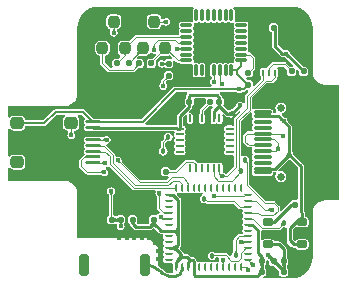
<source format=gtl>
G04*
G04 #@! TF.GenerationSoftware,Altium Limited,Altium Designer,20.2.6 (244)*
G04*
G04 Layer_Physical_Order=1*
G04 Layer_Color=255*
%FSLAX25Y25*%
%MOIN*%
G70*
G04*
G04 #@! TF.SameCoordinates,5C4D9317-6C82-4721-89AA-AC4316CE5E92*
G04*
G04*
G04 #@! TF.FilePolarity,Positive*
G04*
G01*
G75*
%ADD14C,0.00800*%
%ADD16C,0.01000*%
%ADD18O,0.02756X0.00984*%
%ADD19O,0.00984X0.02756*%
%ADD20R,0.11024X0.10630*%
G04:AMPARAMS|DCode=21|XSize=160mil|YSize=160mil|CornerRadius=16mil|HoleSize=0mil|Usage=FLASHONLY|Rotation=90.000|XOffset=0mil|YOffset=0mil|HoleType=Round|Shape=RoundedRectangle|*
%AMROUNDEDRECTD21*
21,1,0.16000,0.12800,0,0,90.0*
21,1,0.12800,0.16000,0,0,90.0*
1,1,0.03200,0.06400,0.06400*
1,1,0.03200,0.06400,-0.06400*
1,1,0.03200,-0.06400,-0.06400*
1,1,0.03200,-0.06400,0.06400*
%
%ADD21ROUNDEDRECTD21*%
G04:AMPARAMS|DCode=22|XSize=26.57mil|YSize=9.84mil|CornerRadius=2.46mil|HoleSize=0mil|Usage=FLASHONLY|Rotation=90.000|XOffset=0mil|YOffset=0mil|HoleType=Round|Shape=RoundedRectangle|*
%AMROUNDEDRECTD22*
21,1,0.02657,0.00492,0,0,90.0*
21,1,0.02165,0.00984,0,0,90.0*
1,1,0.00492,0.00246,0.01083*
1,1,0.00492,0.00246,-0.01083*
1,1,0.00492,-0.00246,-0.01083*
1,1,0.00492,-0.00246,0.01083*
%
%ADD22ROUNDEDRECTD22*%
G04:AMPARAMS|DCode=23|XSize=26.57mil|YSize=9.84mil|CornerRadius=2.46mil|HoleSize=0mil|Usage=FLASHONLY|Rotation=180.000|XOffset=0mil|YOffset=0mil|HoleType=Round|Shape=RoundedRectangle|*
%AMROUNDEDRECTD23*
21,1,0.02657,0.00492,0,0,180.0*
21,1,0.02165,0.00984,0,0,180.0*
1,1,0.00492,-0.01083,0.00246*
1,1,0.00492,0.01083,0.00246*
1,1,0.00492,0.01083,-0.00246*
1,1,0.00492,-0.01083,-0.00246*
%
%ADD23ROUNDEDRECTD23*%
G04:AMPARAMS|DCode=24|XSize=20mil|YSize=20mil|CornerRadius=5mil|HoleSize=0mil|Usage=FLASHONLY|Rotation=270.000|XOffset=0mil|YOffset=0mil|HoleType=Round|Shape=RoundedRectangle|*
%AMROUNDEDRECTD24*
21,1,0.02000,0.01000,0,0,270.0*
21,1,0.01000,0.02000,0,0,270.0*
1,1,0.01000,-0.00500,-0.00500*
1,1,0.01000,-0.00500,0.00500*
1,1,0.01000,0.00500,0.00500*
1,1,0.01000,0.00500,-0.00500*
%
%ADD24ROUNDEDRECTD24*%
G04:AMPARAMS|DCode=25|XSize=59.06mil|YSize=11.81mil|CornerRadius=2.95mil|HoleSize=0mil|Usage=FLASHONLY|Rotation=180.000|XOffset=0mil|YOffset=0mil|HoleType=Round|Shape=RoundedRectangle|*
%AMROUNDEDRECTD25*
21,1,0.05906,0.00591,0,0,180.0*
21,1,0.05315,0.01181,0,0,180.0*
1,1,0.00591,-0.02657,0.00295*
1,1,0.00591,0.02657,0.00295*
1,1,0.00591,0.02657,-0.00295*
1,1,0.00591,-0.02657,-0.00295*
%
%ADD25ROUNDEDRECTD25*%
G04:AMPARAMS|DCode=26|XSize=44mil|YSize=40mil|CornerRadius=10mil|HoleSize=0mil|Usage=FLASHONLY|Rotation=0.000|XOffset=0mil|YOffset=0mil|HoleType=Round|Shape=RoundedRectangle|*
%AMROUNDEDRECTD26*
21,1,0.04400,0.02000,0,0,0.0*
21,1,0.02400,0.04000,0,0,0.0*
1,1,0.02000,0.01200,-0.01000*
1,1,0.02000,-0.01200,-0.01000*
1,1,0.02000,-0.01200,0.01000*
1,1,0.02000,0.01200,0.01000*
%
%ADD26ROUNDEDRECTD26*%
G04:AMPARAMS|DCode=27|XSize=21.65mil|YSize=9.84mil|CornerRadius=2.46mil|HoleSize=0mil|Usage=FLASHONLY|Rotation=270.000|XOffset=0mil|YOffset=0mil|HoleType=Round|Shape=RoundedRectangle|*
%AMROUNDEDRECTD27*
21,1,0.02165,0.00492,0,0,270.0*
21,1,0.01673,0.00984,0,0,270.0*
1,1,0.00492,-0.00246,-0.00837*
1,1,0.00492,-0.00246,0.00837*
1,1,0.00492,0.00246,0.00837*
1,1,0.00492,0.00246,-0.00837*
%
%ADD27ROUNDEDRECTD27*%
G04:AMPARAMS|DCode=28|XSize=86mil|YSize=50mil|CornerRadius=12.5mil|HoleSize=0mil|Usage=FLASHONLY|Rotation=0.000|XOffset=0mil|YOffset=0mil|HoleType=Round|Shape=RoundedRectangle|*
%AMROUNDEDRECTD28*
21,1,0.08600,0.02500,0,0,0.0*
21,1,0.06100,0.05000,0,0,0.0*
1,1,0.02500,0.03050,-0.01250*
1,1,0.02500,-0.03050,-0.01250*
1,1,0.02500,-0.03050,0.01250*
1,1,0.02500,0.03050,0.01250*
%
%ADD28ROUNDEDRECTD28*%
G04:AMPARAMS|DCode=29|XSize=50mil|YSize=10mil|CornerRadius=2.5mil|HoleSize=0mil|Usage=FLASHONLY|Rotation=180.000|XOffset=0mil|YOffset=0mil|HoleType=Round|Shape=RoundedRectangle|*
%AMROUNDEDRECTD29*
21,1,0.05000,0.00500,0,0,180.0*
21,1,0.04500,0.01000,0,0,180.0*
1,1,0.00500,-0.02250,0.00250*
1,1,0.00500,0.02250,0.00250*
1,1,0.00500,0.02250,-0.00250*
1,1,0.00500,-0.02250,-0.00250*
%
%ADD29ROUNDEDRECTD29*%
G04:AMPARAMS|DCode=30|XSize=12mil|YSize=38mil|CornerRadius=3mil|HoleSize=0mil|Usage=FLASHONLY|Rotation=0.000|XOffset=0mil|YOffset=0mil|HoleType=Round|Shape=RoundedRectangle|*
%AMROUNDEDRECTD30*
21,1,0.01200,0.03200,0,0,0.0*
21,1,0.00600,0.03800,0,0,0.0*
1,1,0.00600,0.00300,-0.01600*
1,1,0.00600,-0.00300,-0.01600*
1,1,0.00600,-0.00300,0.01600*
1,1,0.00600,0.00300,0.01600*
%
%ADD30ROUNDEDRECTD30*%
G04:AMPARAMS|DCode=31|XSize=12mil|YSize=38mil|CornerRadius=3mil|HoleSize=0mil|Usage=FLASHONLY|Rotation=270.000|XOffset=0mil|YOffset=0mil|HoleType=Round|Shape=RoundedRectangle|*
%AMROUNDEDRECTD31*
21,1,0.01200,0.03200,0,0,270.0*
21,1,0.00600,0.03800,0,0,270.0*
1,1,0.00600,-0.01600,-0.00300*
1,1,0.00600,-0.01600,0.00300*
1,1,0.00600,0.01600,0.00300*
1,1,0.00600,0.01600,-0.00300*
%
%ADD31ROUNDEDRECTD31*%
G04:AMPARAMS|DCode=32|XSize=20mil|YSize=20mil|CornerRadius=5mil|HoleSize=0mil|Usage=FLASHONLY|Rotation=180.000|XOffset=0mil|YOffset=0mil|HoleType=Round|Shape=RoundedRectangle|*
%AMROUNDEDRECTD32*
21,1,0.02000,0.01000,0,0,180.0*
21,1,0.01000,0.02000,0,0,180.0*
1,1,0.01000,-0.00500,0.00500*
1,1,0.01000,0.00500,0.00500*
1,1,0.01000,0.00500,-0.00500*
1,1,0.01000,-0.00500,-0.00500*
%
%ADD32ROUNDEDRECTD32*%
G04:AMPARAMS|DCode=33|XSize=23.62mil|YSize=35mil|CornerRadius=5.91mil|HoleSize=0mil|Usage=FLASHONLY|Rotation=270.000|XOffset=0mil|YOffset=0mil|HoleType=Round|Shape=RoundedRectangle|*
%AMROUNDEDRECTD33*
21,1,0.02362,0.02319,0,0,270.0*
21,1,0.01181,0.03500,0,0,270.0*
1,1,0.01181,-0.01159,-0.00591*
1,1,0.01181,-0.01159,0.00591*
1,1,0.01181,0.01159,0.00591*
1,1,0.01181,0.01159,-0.00591*
%
%ADD33ROUNDEDRECTD33*%
G04:AMPARAMS|DCode=34|XSize=37.4mil|YSize=39.37mil|CornerRadius=9.35mil|HoleSize=0mil|Usage=FLASHONLY|Rotation=0.000|XOffset=0mil|YOffset=0mil|HoleType=Round|Shape=RoundedRectangle|*
%AMROUNDEDRECTD34*
21,1,0.03740,0.02067,0,0,0.0*
21,1,0.01870,0.03937,0,0,0.0*
1,1,0.01870,0.00935,-0.01034*
1,1,0.01870,-0.00935,-0.01034*
1,1,0.01870,-0.00935,0.01034*
1,1,0.01870,0.00935,0.01034*
%
%ADD34ROUNDEDRECTD34*%
G04:AMPARAMS|DCode=35|XSize=31.5mil|YSize=70.87mil|CornerRadius=7.87mil|HoleSize=0mil|Usage=FLASHONLY|Rotation=180.000|XOffset=0mil|YOffset=0mil|HoleType=Round|Shape=RoundedRectangle|*
%AMROUNDEDRECTD35*
21,1,0.03150,0.05512,0,0,180.0*
21,1,0.01575,0.07087,0,0,180.0*
1,1,0.01575,-0.00787,0.02756*
1,1,0.01575,0.00787,0.02756*
1,1,0.01575,0.00787,-0.02756*
1,1,0.01575,-0.00787,-0.02756*
%
%ADD35ROUNDEDRECTD35*%
%ADD56C,0.00400*%
%ADD57O,0.08268X0.03937*%
%ADD58O,0.06299X0.03937*%
%ADD59C,0.02559*%
%ADD60C,0.01800*%
%ADD61C,0.01600*%
G36*
X34500Y96980D02*
X66154D01*
X66452Y96517D01*
X66448Y96480D01*
X66218Y96327D01*
X66041Y96062D01*
X65979Y95750D01*
Y92550D01*
X66013Y92380D01*
X65946Y92268D01*
X65732Y92054D01*
X65620Y91987D01*
X65450Y92021D01*
X62250D01*
X61938Y91959D01*
X61673Y91782D01*
X61496Y91518D01*
X61434Y91206D01*
Y90605D01*
X61496Y90293D01*
X61634Y89921D01*
X61496Y89549D01*
X61434Y89237D01*
Y88637D01*
X61496Y88325D01*
X61577Y88105D01*
X61445Y87775D01*
X61370Y87682D01*
X47188D01*
X46915Y87628D01*
X46683Y87473D01*
X44786Y85576D01*
X44768Y85579D01*
X44756Y85586D01*
X44749Y85583D01*
X44726Y85588D01*
X44726Y85588D01*
X44726Y85588D01*
X44325Y85668D01*
X42455D01*
X41895Y85556D01*
X41421Y85239D01*
X41103Y84764D01*
X40992Y84204D01*
Y82137D01*
X41103Y81577D01*
X41421Y81103D01*
X41730Y80896D01*
X41862Y80321D01*
X41171Y79630D01*
X41150Y79639D01*
X41104Y79620D01*
X40150D01*
X39760Y79542D01*
X39429Y79321D01*
X39208Y78990D01*
X39130Y78600D01*
Y77600D01*
X39208Y77210D01*
X39272Y77114D01*
X39005Y76614D01*
X38496D01*
X36623Y78486D01*
Y80674D01*
X36845D01*
X37405Y80786D01*
X37879Y81103D01*
X38197Y81577D01*
X38308Y82137D01*
Y84204D01*
X38197Y84764D01*
X37879Y85239D01*
X37405Y85556D01*
X36845Y85668D01*
X34975D01*
X34415Y85556D01*
X33940Y85239D01*
X33623Y84764D01*
X33512Y84204D01*
Y82137D01*
X33623Y81577D01*
X33940Y81103D01*
X34415Y80786D01*
X34975Y80674D01*
X35196D01*
Y78190D01*
X35250Y77917D01*
X35405Y77685D01*
X37695Y75395D01*
X37927Y75241D01*
X38200Y75186D01*
X45950D01*
X46223Y75241D01*
X46455Y75395D01*
X47629Y76570D01*
X47650Y76561D01*
X47696Y76580D01*
X48650D01*
X49040Y76658D01*
X49371Y76879D01*
X49592Y77210D01*
X49670Y77600D01*
Y78600D01*
X49592Y78990D01*
X49371Y79321D01*
X49040Y79542D01*
X48650Y79620D01*
X47650D01*
X47556Y79601D01*
X47310Y80062D01*
X48014Y80766D01*
X48032Y80762D01*
X48044Y80756D01*
X48051Y80759D01*
X48074Y80754D01*
X48074Y80754D01*
X48074Y80754D01*
X48475Y80674D01*
X50345D01*
X50905Y80786D01*
X51380Y81103D01*
X51697Y81577D01*
X51876Y81649D01*
X52234Y81715D01*
X52593Y81475D01*
X53100Y81375D01*
X53446Y81443D01*
X53693Y80983D01*
X52381Y79671D01*
X52371Y79670D01*
X52336Y79626D01*
X52329Y79620D01*
X51650D01*
X51260Y79542D01*
X50929Y79321D01*
X50708Y78990D01*
X50630Y78600D01*
Y77600D01*
X50708Y77210D01*
X50929Y76879D01*
X51260Y76658D01*
X51650Y76580D01*
X52650D01*
X53040Y76658D01*
X53371Y76879D01*
X53592Y77210D01*
X53670Y77600D01*
Y78600D01*
X53613Y78884D01*
X55494Y80766D01*
X55512Y80762D01*
X55524Y80756D01*
X55532Y80759D01*
X55554Y80754D01*
X55554Y80754D01*
X55554Y80754D01*
X55955Y80674D01*
X57825D01*
X58226Y80754D01*
X58226Y80754D01*
X58226Y80754D01*
X58249Y80759D01*
X58257Y80756D01*
X58268Y80762D01*
X58286Y80766D01*
X59246Y79805D01*
X58928Y79417D01*
X58890Y79442D01*
X58500Y79520D01*
X57500D01*
X57110Y79442D01*
X56779Y79221D01*
X56608Y78964D01*
X56581Y78975D01*
X56207Y79225D01*
X55700Y79325D01*
X55193Y79225D01*
X54763Y78937D01*
X54475Y78507D01*
X54374Y78000D01*
X54475Y77493D01*
X54763Y77063D01*
X55193Y76775D01*
X55700Y76674D01*
X56207Y76775D01*
X56581Y77025D01*
X56608Y77036D01*
X56779Y76779D01*
X57110Y76558D01*
X57500Y76480D01*
X58500D01*
X58890Y76558D01*
X59221Y76779D01*
X59442Y77110D01*
X59520Y77500D01*
Y78500D01*
X59442Y78890D01*
X59417Y78928D01*
X59805Y79246D01*
X60462Y78590D01*
X60693Y78435D01*
X60966Y78381D01*
X61564D01*
X61600Y78328D01*
X61605Y78314D01*
X61610Y78312D01*
X61673Y78218D01*
X61938Y78041D01*
X62250Y77979D01*
X65450D01*
X65620Y78013D01*
X65732Y77946D01*
X65946Y77732D01*
X66013Y77620D01*
X65979Y77450D01*
Y74250D01*
X66041Y73938D01*
X66218Y73673D01*
X66482Y73496D01*
X66795Y73434D01*
X67395D01*
X67707Y73496D01*
X68079Y73634D01*
X68451Y73496D01*
X68763Y73434D01*
X69363D01*
X69675Y73496D01*
X69940Y73673D01*
X70117Y73938D01*
X70179Y74250D01*
Y77450D01*
X70117Y77762D01*
X69940Y78027D01*
X69675Y78204D01*
X69363Y78266D01*
X68763D01*
X68451Y78204D01*
X68079Y78066D01*
X67707Y78204D01*
X67395Y78266D01*
X66795D01*
X66625Y78232D01*
X66512Y78299D01*
X66299Y78512D01*
X66232Y78625D01*
X66266Y78794D01*
Y79395D01*
X66204Y79707D01*
X66066Y80079D01*
X66204Y80451D01*
X66266Y80763D01*
Y81363D01*
X66204Y81675D01*
X66066Y82047D01*
X66204Y82419D01*
X66266Y82731D01*
Y83332D01*
X66204Y83644D01*
X66066Y84016D01*
X66204Y84388D01*
X66266Y84700D01*
Y85300D01*
X66204Y85612D01*
X66066Y85984D01*
X66204Y86356D01*
X66266Y86668D01*
Y87269D01*
X66204Y87581D01*
X66066Y87953D01*
X66204Y88325D01*
X66266Y88637D01*
Y89237D01*
X66204Y89549D01*
X66066Y89921D01*
X66204Y90293D01*
X66266Y90605D01*
Y91206D01*
X66232Y91375D01*
X66299Y91488D01*
X66512Y91701D01*
X66625Y91768D01*
X66795Y91734D01*
X67395D01*
X67707Y91796D01*
X68079Y91934D01*
X68451Y91796D01*
X68763Y91734D01*
X69363D01*
X69675Y91796D01*
X70047Y91934D01*
X70419Y91796D01*
X70732Y91734D01*
X71332D01*
X71644Y91796D01*
X72016Y91934D01*
X72388Y91796D01*
X72700Y91734D01*
X73300D01*
X73612Y91796D01*
X73984Y91934D01*
X74356Y91796D01*
X74669Y91734D01*
X75269D01*
X75581Y91796D01*
X75953Y91934D01*
X76325Y91796D01*
X76637Y91734D01*
X77237D01*
X77549Y91796D01*
X77921Y91934D01*
X78293Y91796D01*
X78606Y91734D01*
X79206D01*
X79375Y91768D01*
X79488Y91701D01*
X79701Y91488D01*
X79768Y91375D01*
X79734Y91206D01*
Y90605D01*
X79796Y90293D01*
X79934Y89921D01*
X79796Y89549D01*
X79734Y89237D01*
Y88637D01*
X79796Y88325D01*
X79934Y87953D01*
X79796Y87581D01*
X79734Y87269D01*
Y86668D01*
X79796Y86356D01*
X79934Y85984D01*
X79796Y85612D01*
X79734Y85300D01*
Y84700D01*
X79796Y84388D01*
X79934Y84016D01*
X79796Y83644D01*
X79734Y83332D01*
Y82731D01*
X79796Y82419D01*
X79934Y82047D01*
X79796Y81675D01*
X79734Y81363D01*
Y80763D01*
X79796Y80451D01*
X79934Y80079D01*
X79796Y79707D01*
X79734Y79395D01*
Y78794D01*
X79768Y78625D01*
X79701Y78512D01*
X79488Y78299D01*
X79375Y78232D01*
X79206Y78266D01*
X78606D01*
X78293Y78204D01*
X77921Y78066D01*
X77549Y78204D01*
X77237Y78266D01*
X76637D01*
X76325Y78204D01*
X75953Y78066D01*
X75581Y78204D01*
X75269Y78266D01*
X74669D01*
X74356Y78204D01*
X73984Y78066D01*
X73612Y78204D01*
X73300Y78266D01*
X72700D01*
X72388Y78204D01*
X72123Y78027D01*
X71946Y77762D01*
X71884Y77450D01*
Y74250D01*
X71946Y73938D01*
X72123Y73673D01*
X72218Y73610D01*
X72220Y73605D01*
X72233Y73600D01*
X72286Y73564D01*
Y73087D01*
X72063Y72937D01*
X71775Y72507D01*
X71675Y72000D01*
X71775Y71493D01*
X72063Y71063D01*
X72280Y70918D01*
X72128Y70418D01*
X60200D01*
X59849Y70348D01*
X59551Y70149D01*
X48910Y59507D01*
X35401D01*
X35343Y59546D01*
X35050Y59604D01*
X33083D01*
X30038Y62649D01*
X29741Y62848D01*
X29390Y62918D01*
X20300D01*
X19949Y62848D01*
X19651Y62649D01*
X16120Y59118D01*
X10229D01*
Y59200D01*
X10113Y59785D01*
X9781Y60281D01*
X9285Y60613D01*
X8700Y60729D01*
X6300D01*
X5715Y60613D01*
X5219Y60281D01*
X5020Y59984D01*
X4520Y60135D01*
Y63963D01*
X23030D01*
X23240Y63921D01*
Y63904D01*
X24352Y64050D01*
X25389Y64479D01*
X26278Y65162D01*
X26961Y66052D01*
X27390Y67088D01*
X27537Y68200D01*
X27520D01*
X27502Y68290D01*
Y89911D01*
X27520Y90000D01*
X27520D01*
X27517Y90003D01*
X27651Y91362D01*
X28048Y92672D01*
X28693Y93880D01*
X29562Y94938D01*
X30620Y95807D01*
X31828Y96452D01*
X33138Y96849D01*
X34489Y96983D01*
X34500Y96980D01*
D02*
G37*
G36*
X93927Y89162D02*
X93939Y89151D01*
X93950Y89134D01*
X93958Y89110D01*
X93964Y89081D01*
X93967Y89045D01*
X93968Y89004D01*
X92968Y88652D01*
X92963Y88731D01*
X92949Y88800D01*
X92924Y88859D01*
X92889Y88910D01*
X92844Y88951D01*
X92789Y88984D01*
X92725Y89007D01*
X92650Y89021D01*
X92565Y89025D01*
X92471Y89021D01*
X93852Y89148D01*
X93874Y89161D01*
X93894Y89167D01*
X93911Y89168D01*
X93927Y89162D01*
D02*
G37*
G36*
X61988Y86571D02*
X61986Y86608D01*
X61981Y86642D01*
X61973Y86672D01*
X61961Y86697D01*
X61945Y86719D01*
X61926Y86737D01*
X61904Y86751D01*
X61878Y86761D01*
X61849Y86766D01*
X61816Y86769D01*
Y87169D01*
X61849Y87170D01*
X61878Y87176D01*
X61904Y87186D01*
X61926Y87200D01*
X61945Y87218D01*
X61961Y87240D01*
X61973Y87265D01*
X61981Y87295D01*
X61986Y87329D01*
X61988Y87366D01*
Y86571D01*
D02*
G37*
G36*
Y84602D02*
X61986Y84640D01*
X61981Y84674D01*
X61973Y84703D01*
X61961Y84729D01*
X61945Y84751D01*
X61926Y84768D01*
X61904Y84782D01*
X61878Y84792D01*
X61849Y84798D01*
X61816Y84800D01*
Y85200D01*
X61849Y85202D01*
X61878Y85208D01*
X61904Y85218D01*
X61926Y85232D01*
X61945Y85249D01*
X61961Y85271D01*
X61973Y85297D01*
X61981Y85326D01*
X61986Y85360D01*
X61988Y85398D01*
Y84602D01*
D02*
G37*
G36*
X44729Y85019D02*
X44755Y84998D01*
X44782Y84982D01*
X44809Y84973D01*
X44836Y84969D01*
X44864Y84972D01*
X44892Y84980D01*
X44920Y84995D01*
X44949Y85016D01*
X44979Y85043D01*
X45242Y84740D01*
X45214Y84709D01*
X45191Y84678D01*
X45173Y84647D01*
X45162Y84616D01*
X45155Y84585D01*
X45155Y84554D01*
X45160Y84524D01*
X45171Y84493D01*
X45187Y84463D01*
X45209Y84433D01*
X44704Y85047D01*
X44729Y85019D01*
D02*
G37*
G36*
X53304Y83888D02*
X53314Y83821D01*
X53332Y83754D01*
X53358Y83687D01*
X53390Y83619D01*
X53430Y83550D01*
X53476Y83481D01*
X53530Y83412D01*
X53592Y83342D01*
X53660Y83271D01*
X52540D01*
X52608Y83342D01*
X52724Y83481D01*
X52770Y83550D01*
X52810Y83619D01*
X52842Y83687D01*
X52868Y83754D01*
X52886Y83821D01*
X52896Y83888D01*
X52900Y83955D01*
X53300D01*
X53304Y83888D01*
D02*
G37*
G36*
X61510Y83523D02*
X61650Y83408D01*
X61718Y83361D01*
X61787Y83321D01*
X61855Y83289D01*
X61923Y83264D01*
X61926Y83263D01*
X61926Y83263D01*
X61945Y83281D01*
X61961Y83303D01*
X61973Y83328D01*
X61981Y83358D01*
X61986Y83392D01*
X61988Y83429D01*
Y83246D01*
X61990Y83246D01*
X62057Y83235D01*
X62123Y83232D01*
Y82832D01*
X62057Y82828D01*
X61990Y82817D01*
X61988Y82817D01*
Y82634D01*
X61986Y82671D01*
X61981Y82705D01*
X61973Y82735D01*
X61961Y82760D01*
X61945Y82782D01*
X61926Y82800D01*
X61926Y82800D01*
X61923Y82799D01*
X61855Y82774D01*
X61787Y82741D01*
X61718Y82702D01*
X61650Y82655D01*
X61580Y82601D01*
X61510Y82540D01*
X61440Y82472D01*
Y83592D01*
X61510Y83523D01*
D02*
G37*
G36*
X58687Y81879D02*
X58671Y81848D01*
X58660Y81818D01*
X58655Y81788D01*
X58655Y81757D01*
X58662Y81726D01*
X58673Y81695D01*
X58691Y81664D01*
X58714Y81633D01*
X58742Y81602D01*
X58479Y81299D01*
X58450Y81326D01*
X58420Y81347D01*
X58392Y81361D01*
X58363Y81370D01*
X58336Y81373D01*
X58309Y81369D01*
X58282Y81360D01*
X58255Y81344D01*
X58229Y81322D01*
X58204Y81295D01*
X58709Y81909D01*
X58687Y81879D01*
D02*
G37*
G36*
X55576Y81295D02*
X55551Y81322D01*
X55525Y81344D01*
X55499Y81360D01*
X55472Y81369D01*
X55445Y81373D01*
X55417Y81370D01*
X55389Y81361D01*
X55360Y81347D01*
X55331Y81326D01*
X55301Y81299D01*
X55038Y81602D01*
X55067Y81633D01*
X55090Y81664D01*
X55107Y81695D01*
X55119Y81726D01*
X55125Y81757D01*
X55125Y81788D01*
X55120Y81818D01*
X55110Y81848D01*
X55094Y81879D01*
X55072Y81909D01*
X55576Y81295D01*
D02*
G37*
G36*
X48096Y81295D02*
X48071Y81322D01*
X48045Y81344D01*
X48018Y81360D01*
X47991Y81369D01*
X47964Y81372D01*
X47936Y81370D01*
X47908Y81361D01*
X47880Y81347D01*
X47850Y81326D01*
X47821Y81299D01*
X47558Y81602D01*
X47586Y81633D01*
X47609Y81664D01*
X47627Y81695D01*
X47638Y81726D01*
X47645Y81757D01*
X47645Y81788D01*
X47640Y81818D01*
X47629Y81848D01*
X47613Y81879D01*
X47591Y81909D01*
X48096Y81295D01*
D02*
G37*
G36*
X43752Y81207D02*
X43718Y81202D01*
X43688Y81195D01*
X43662Y81184D01*
X43640Y81170D01*
X43622Y81154D01*
X43608Y81134D01*
X43598Y81111D01*
X43592Y81085D01*
X43590Y81056D01*
X43190D01*
X43188Y81085D01*
X43182Y81111D01*
X43172Y81134D01*
X43158Y81154D01*
X43140Y81170D01*
X43118Y81184D01*
X43092Y81195D01*
X43062Y81202D01*
X43028Y81207D01*
X42990Y81208D01*
X43790D01*
X43752Y81207D01*
D02*
G37*
G36*
X36272Y81207D02*
X36238Y81202D01*
X36208Y81195D01*
X36182Y81184D01*
X36160Y81170D01*
X36142Y81154D01*
X36128Y81134D01*
X36118Y81111D01*
X36112Y81085D01*
X36110Y81056D01*
X35710D01*
X35708Y81085D01*
X35702Y81111D01*
X35692Y81134D01*
X35678Y81154D01*
X35660Y81170D01*
X35638Y81184D01*
X35612Y81195D01*
X35582Y81202D01*
X35548Y81207D01*
X35510Y81208D01*
X36310D01*
X36272Y81207D01*
D02*
G37*
G36*
X97903Y81373D02*
X97913Y81348D01*
X97930Y81319D01*
X97953Y81285D01*
X97983Y81245D01*
X98064Y81151D01*
X98235Y80973D01*
X97527Y80265D01*
X97463Y80329D01*
X97215Y80547D01*
X97181Y80570D01*
X97152Y80587D01*
X97127Y80597D01*
X97108Y80600D01*
X97900Y81392D01*
X97903Y81373D01*
D02*
G37*
G36*
X41711Y78878D02*
X41693Y78857D01*
X41677Y78835D01*
X41664Y78812D01*
X41653Y78786D01*
X41646Y78759D01*
X41641Y78730D01*
X41638Y78700D01*
X41639Y78668D01*
X41642Y78635D01*
X41648Y78600D01*
X41150Y79098D01*
X41185Y79092D01*
X41218Y79089D01*
X41250Y79088D01*
X41280Y79091D01*
X41309Y79096D01*
X41336Y79103D01*
X41361Y79114D01*
X41385Y79127D01*
X41407Y79142D01*
X41428Y79161D01*
X41711Y78878D01*
D02*
G37*
G36*
X53072Y79070D02*
X53037Y79032D01*
X53010Y78997D01*
X52991Y78964D01*
X52981Y78934D01*
X52978Y78906D01*
X52983Y78881D01*
X52997Y78858D01*
X53018Y78838D01*
X53048Y78820D01*
X53086Y78804D01*
X52251Y79086D01*
X52291Y79074D01*
X52331Y79068D01*
X52371Y79067D01*
X52409Y79071D01*
X52448Y79079D01*
X52486Y79093D01*
X52523Y79111D01*
X52560Y79135D01*
X52597Y79163D01*
X52633Y79197D01*
X53072Y79070D01*
D02*
G37*
G36*
X45584Y79062D02*
X45549Y79024D01*
X45522Y78988D01*
X45502Y78955D01*
X45491Y78925D01*
X45488Y78897D01*
X45493Y78871D01*
X45506Y78848D01*
X45527Y78827D01*
X45557Y78808D01*
X45594Y78793D01*
X44771Y79086D01*
X44811Y79074D01*
X44850Y79067D01*
X44889Y79066D01*
X44928Y79069D01*
X44966Y79078D01*
X45004Y79091D01*
X45042Y79110D01*
X45079Y79134D01*
X45116Y79163D01*
X45153Y79197D01*
X45584Y79062D01*
D02*
G37*
G36*
X61988Y78697D02*
X61986Y78734D01*
X61981Y78768D01*
X61973Y78798D01*
X61961Y78823D01*
X61945Y78845D01*
X61926Y78863D01*
X61904Y78877D01*
X61878Y78887D01*
X61849Y78892D01*
X61816Y78895D01*
Y79295D01*
X61849Y79296D01*
X61878Y79302D01*
X61904Y79312D01*
X61926Y79326D01*
X61945Y79344D01*
X61961Y79366D01*
X61973Y79391D01*
X61981Y79421D01*
X61986Y79455D01*
X61988Y79492D01*
Y78697D01*
D02*
G37*
G36*
X56342Y78492D02*
X56481Y78376D01*
X56550Y78330D01*
X56619Y78290D01*
X56687Y78258D01*
X56754Y78232D01*
X56822Y78214D01*
X56888Y78204D01*
X56896Y78203D01*
X56917Y78208D01*
X56940Y78218D01*
X56960Y78232D01*
X56976Y78250D01*
X56990Y78272D01*
X57001Y78298D01*
X57008Y78328D01*
X57013Y78362D01*
X57014Y78400D01*
Y77600D01*
X57013Y77638D01*
X57008Y77672D01*
X57001Y77702D01*
X56990Y77728D01*
X56976Y77750D01*
X56960Y77768D01*
X56940Y77782D01*
X56917Y77792D01*
X56896Y77797D01*
X56888Y77796D01*
X56822Y77786D01*
X56754Y77768D01*
X56687Y77742D01*
X56619Y77710D01*
X56550Y77670D01*
X56481Y77624D01*
X56412Y77570D01*
X56342Y77508D01*
X56271Y77440D01*
Y78560D01*
X56342Y78492D01*
D02*
G37*
G36*
X47650Y77102D02*
X47615Y77108D01*
X47582Y77111D01*
X47550Y77112D01*
X47519Y77109D01*
X47491Y77104D01*
X47464Y77097D01*
X47438Y77086D01*
X47415Y77073D01*
X47392Y77057D01*
X47372Y77039D01*
X47089Y77322D01*
X47107Y77342D01*
X47123Y77365D01*
X47136Y77389D01*
X47147Y77414D01*
X47154Y77441D01*
X47159Y77469D01*
X47162Y77500D01*
X47161Y77532D01*
X47158Y77565D01*
X47152Y77600D01*
X47650Y77102D01*
D02*
G37*
G36*
X91702Y76276D02*
X91708Y76239D01*
X91718Y76207D01*
X91731Y76179D01*
X91749Y76155D01*
X91770Y76136D01*
X91796Y76121D01*
X91825Y76110D01*
X91858Y76104D01*
X91895Y76102D01*
X91105D01*
X91142Y76104D01*
X91175Y76110D01*
X91204Y76121D01*
X91230Y76136D01*
X91251Y76155D01*
X91269Y76179D01*
X91282Y76207D01*
X91292Y76239D01*
X91298Y76276D01*
X91300Y76317D01*
X91700D01*
X91702Y76276D01*
D02*
G37*
G36*
X98242Y76543D02*
X98265Y76527D01*
X98289Y76514D01*
X98314Y76503D01*
X98341Y76496D01*
X98369Y76491D01*
X98400Y76488D01*
X98432Y76489D01*
X98465Y76492D01*
X98500Y76498D01*
X98002Y76000D01*
X98008Y76035D01*
X98011Y76068D01*
X98012Y76100D01*
X98009Y76130D01*
X98004Y76159D01*
X97997Y76186D01*
X97986Y76212D01*
X97973Y76235D01*
X97957Y76257D01*
X97939Y76278D01*
X98222Y76561D01*
X98242Y76543D01*
D02*
G37*
G36*
X102581Y76633D02*
X102694Y76540D01*
X102803Y76467D01*
X102906Y76412D01*
X103004Y76377D01*
X103097Y76360D01*
X103185Y76363D01*
X103267Y76385D01*
X103345Y76426D01*
X103417Y76486D01*
X102014Y75083D01*
X102074Y75155D01*
X102115Y75233D01*
X102137Y75315D01*
X102140Y75403D01*
X102123Y75496D01*
X102088Y75594D01*
X102033Y75697D01*
X101960Y75805D01*
X101867Y75919D01*
X101755Y76038D01*
X102462Y76745D01*
X102581Y76633D01*
D02*
G37*
G36*
X100362Y96849D02*
X101672Y96452D01*
X102880Y95807D01*
X103938Y94938D01*
X104807Y93880D01*
X105452Y92672D01*
X105849Y91362D01*
X105983Y90011D01*
X105980Y90000D01*
Y75298D01*
X105971Y75250D01*
X105954D01*
X106100Y74138D01*
X106529Y73102D01*
X107212Y72212D01*
X108102Y71529D01*
X109138Y71100D01*
X110250Y70954D01*
Y70971D01*
X110298Y70980D01*
X114680D01*
Y32520D01*
X110300D01*
Y32537D01*
X109188Y32390D01*
X108152Y31961D01*
X107262Y31278D01*
X106579Y30389D01*
X106150Y29352D01*
X106049Y28586D01*
X105980Y28240D01*
Y13500D01*
X105983Y13489D01*
X105849Y12138D01*
X105452Y10827D01*
X104807Y9620D01*
X103938Y8562D01*
X102880Y7693D01*
X101672Y7048D01*
X100362Y6651D01*
X99486Y6564D01*
X99000Y6520D01*
X99000Y6520D01*
X98509Y6520D01*
X89533D01*
X89456Y6598D01*
X89313Y7020D01*
X89392Y7080D01*
X89399D01*
X89417Y7073D01*
X89434Y7080D01*
X89450D01*
X89466Y7075D01*
X89476Y7080D01*
X89500D01*
X89890Y7158D01*
X90221Y7379D01*
X90442Y7710D01*
X90520Y8100D01*
Y9100D01*
X90442Y9490D01*
X90221Y9821D01*
X90086Y9911D01*
X90073Y9942D01*
X90041Y9956D01*
X90041Y9963D01*
X90020Y10011D01*
Y10689D01*
X90041Y10737D01*
X90041Y10744D01*
X90073Y10758D01*
X90086Y10789D01*
X90221Y10879D01*
X90442Y11210D01*
X90520Y11600D01*
Y12360D01*
X90539Y12395D01*
X90943Y12606D01*
X91014Y12613D01*
X91047Y12580D01*
X91099Y12559D01*
X91342Y12316D01*
X91361Y12267D01*
X91460Y12162D01*
X91480Y12137D01*
Y11701D01*
X91473Y11683D01*
X91480Y11666D01*
Y11650D01*
X91475Y11634D01*
X91480Y11625D01*
Y11600D01*
X91558Y11210D01*
X91779Y10879D01*
X92110Y10658D01*
X92500Y10580D01*
X92524D01*
X92534Y10576D01*
X92550Y10580D01*
X92566D01*
X92583Y10573D01*
X92601Y10580D01*
X93037D01*
X93062Y10560D01*
X93167Y10461D01*
X93216Y10442D01*
X94582Y9076D01*
X94583Y9074D01*
X94591Y9068D01*
X94654Y9004D01*
X94676Y8951D01*
X94780Y8849D01*
Y8100D01*
X94858Y7710D01*
X95079Y7379D01*
X95410Y7158D01*
X95800Y7080D01*
X96800D01*
X97190Y7158D01*
X97521Y7379D01*
X97742Y7710D01*
X97820Y8100D01*
Y9100D01*
X97742Y9490D01*
X97521Y9821D01*
X97386Y9911D01*
X97373Y9942D01*
X97341Y9956D01*
X97341Y9963D01*
X97320Y10011D01*
Y10689D01*
X97341Y10737D01*
X97341Y10744D01*
X97373Y10758D01*
X97386Y10789D01*
X97521Y10879D01*
X97742Y11210D01*
X97820Y11600D01*
Y12600D01*
X97742Y12990D01*
X97521Y13321D01*
X97386Y13411D01*
X97373Y13442D01*
X97341Y13456D01*
X97341Y13463D01*
X97320Y13511D01*
Y16100D01*
X97242Y16490D01*
X97021Y16821D01*
X95361Y18481D01*
X95030Y18702D01*
X94640Y18779D01*
X93190D01*
X93129Y18870D01*
X93093Y18959D01*
X93061Y18972D01*
X92951Y19137D01*
X92590Y19378D01*
X92165Y19462D01*
X89846D01*
X89421Y19378D01*
X89220Y19243D01*
X88731Y19454D01*
X88720Y19465D01*
Y22132D01*
X89000Y22586D01*
X94800D01*
X95073Y22641D01*
X95305Y22795D01*
X95941Y23431D01*
X95998Y23451D01*
X96028Y23478D01*
X96039Y23486D01*
X96058Y23496D01*
X96087Y23509D01*
X96127Y23522D01*
X96177Y23534D01*
X96231Y23543D01*
X96400Y23558D01*
X96497Y23559D01*
X96555Y23583D01*
X96859Y23644D01*
X97248Y23336D01*
X97292Y23259D01*
X97280Y23200D01*
Y19100D01*
X97358Y18710D01*
X97579Y18379D01*
X98919Y17039D01*
X99250Y16818D01*
X99640Y16740D01*
X100221D01*
X100282Y16650D01*
X100318Y16561D01*
X100350Y16548D01*
X100460Y16383D01*
X100821Y16142D01*
X101246Y16057D01*
X103565D01*
X103990Y16142D01*
X104351Y16383D01*
X104592Y16744D01*
X104677Y17169D01*
Y18350D01*
X104592Y18776D01*
X104351Y19137D01*
X103990Y19378D01*
X103565Y19462D01*
X101246D01*
X100821Y19378D01*
X100460Y19137D01*
X100432Y19095D01*
X100016Y18997D01*
X99870Y19016D01*
X99802Y19040D01*
X99320Y19522D01*
Y22778D01*
X100410Y23868D01*
X100460Y23863D01*
X100821Y23622D01*
X101246Y23538D01*
X103565D01*
X103990Y23622D01*
X104351Y23863D01*
X104592Y24224D01*
X104677Y24650D01*
Y25831D01*
X104592Y26256D01*
X104351Y26617D01*
X103990Y26858D01*
X103565Y26943D01*
X103441D01*
X103426Y26949D01*
X103425Y26949D01*
Y28295D01*
X103348Y28685D01*
X103127Y29015D01*
X103020Y29122D01*
Y43900D01*
X102942Y44290D01*
X102721Y44621D01*
X99821Y47521D01*
X99803Y47569D01*
X99683Y47698D01*
X99588Y47816D01*
X99506Y47937D01*
X99436Y48060D01*
X99377Y48188D01*
X99329Y48319D01*
X99291Y48456D01*
X99264Y48599D01*
X99247Y48750D01*
X99241Y48926D01*
X99220Y48973D01*
Y57000D01*
X99142Y57390D01*
X98921Y57721D01*
X97916Y58726D01*
X97896Y58776D01*
X97736Y58944D01*
X97675Y59015D01*
X97663Y59030D01*
X97661Y59034D01*
X97655Y59044D01*
X97653Y59045D01*
X97595Y59336D01*
X97308Y59766D01*
X96878Y60054D01*
X96587Y60112D01*
X96586Y60113D01*
X96583Y60115D01*
X96377Y60296D01*
X96324Y60349D01*
X96272Y60370D01*
X95714Y60928D01*
X95879Y61470D01*
X96036Y61502D01*
X96625Y61895D01*
X97018Y62484D01*
X97156Y63178D01*
X97018Y63872D01*
X96625Y64461D01*
X96036Y64854D01*
X95342Y64992D01*
X94647Y64854D01*
X94059Y64461D01*
X93665Y63872D01*
X93527Y63178D01*
X93665Y62484D01*
X93870Y62178D01*
X93603Y61678D01*
X92747D01*
Y62135D01*
X92685Y62445D01*
X92510Y62708D01*
X92247Y62884D01*
X91936Y62945D01*
X86621D01*
X86311Y62884D01*
X86214Y62819D01*
X85716Y63038D01*
X85714Y63040D01*
Y66632D01*
X90568Y71486D01*
X92200D01*
X92473Y71541D01*
X92705Y71695D01*
X93973Y72964D01*
X94128Y73195D01*
X94182Y73469D01*
Y73665D01*
X94252Y73712D01*
X94417Y73959D01*
X94475Y74250D01*
Y75923D01*
X94417Y76214D01*
X94252Y76461D01*
X94365Y76987D01*
X94447Y77086D01*
X96404D01*
X97470Y76021D01*
X97461Y76000D01*
X97480Y75954D01*
Y75000D01*
X97558Y74610D01*
X97779Y74279D01*
X98110Y74058D01*
X98500Y73980D01*
X99500D01*
X99890Y74058D01*
X100221Y74279D01*
X100442Y74610D01*
X100520Y75000D01*
Y75831D01*
X100965Y76052D01*
X101002Y76056D01*
X101342Y75716D01*
X101361Y75667D01*
X101460Y75562D01*
X101480Y75537D01*
Y75101D01*
X101473Y75083D01*
X101480Y75066D01*
Y75050D01*
X101476Y75034D01*
X101480Y75024D01*
Y75000D01*
X101558Y74610D01*
X101779Y74279D01*
X102110Y74058D01*
X102500Y73980D01*
X103500D01*
X103890Y74058D01*
X104221Y74279D01*
X104442Y74610D01*
X104520Y75000D01*
Y76000D01*
X104442Y76390D01*
X104221Y76721D01*
X103890Y76942D01*
X103500Y77020D01*
X103475D01*
X103466Y77025D01*
X103450Y77020D01*
X103434D01*
X103417Y77027D01*
X103399Y77020D01*
X102963D01*
X102938Y77040D01*
X102833Y77139D01*
X102784Y77158D01*
X98645Y81297D01*
X98625Y81347D01*
X98465Y81515D01*
X98404Y81586D01*
X98392Y81601D01*
X98390Y81605D01*
X98384Y81615D01*
X98382Y81616D01*
X98325Y81907D01*
X98037Y82337D01*
X97607Y82625D01*
X97100Y82726D01*
X96593Y82625D01*
X96308Y82434D01*
X94488Y84254D01*
Y88963D01*
X94510Y89019D01*
X94508Y89061D01*
X94500Y89079D01*
X94506Y89099D01*
X94502Y89134D01*
X94489Y89159D01*
X94495Y89186D01*
X94489Y89215D01*
X94488Y89217D01*
Y89342D01*
X94520Y89500D01*
Y90500D01*
X94442Y90890D01*
X94221Y91221D01*
X93890Y91442D01*
X93500Y91520D01*
X92500D01*
X92110Y91442D01*
X91779Y91221D01*
X91558Y90890D01*
X91480Y90500D01*
Y89500D01*
X91558Y89110D01*
X91779Y88779D01*
X92110Y88558D01*
X92449Y88491D01*
Y83832D01*
X92527Y83441D01*
X92747Y83110D01*
X95179Y80679D01*
X95510Y80458D01*
X95900Y80380D01*
X96286D01*
X96593Y80175D01*
X96884Y80118D01*
X96885Y80116D01*
X96887Y80115D01*
X97094Y79933D01*
X97147Y79880D01*
X97199Y79859D01*
X99556Y77502D01*
X99552Y77465D01*
X99331Y77020D01*
X98546D01*
X98500Y77039D01*
X98479Y77030D01*
X97205Y78305D01*
X96973Y78459D01*
X96700Y78514D01*
X92600D01*
X92327Y78459D01*
X92095Y78305D01*
X90995Y77205D01*
X90841Y76973D01*
X90786Y76700D01*
X90347Y76511D01*
X90214Y76529D01*
X90069Y76626D01*
X89778Y76684D01*
X89285D01*
X88994Y76626D01*
X88748Y76461D01*
X88583Y76214D01*
X88525Y75923D01*
Y74250D01*
X88583Y73959D01*
X88714Y73761D01*
X88732Y73712D01*
X88747Y73704D01*
X88753Y73689D01*
X88818Y73662D01*
Y73027D01*
X86520Y70729D01*
X86020Y70936D01*
Y71500D01*
X85942Y71890D01*
X85721Y72221D01*
X85390Y72442D01*
X85000Y72520D01*
X84278D01*
X83784Y73014D01*
X83975Y73426D01*
X84024Y73480D01*
X85000D01*
X85390Y73558D01*
X85721Y73779D01*
X85942Y74110D01*
X86020Y74500D01*
Y75500D01*
X86018Y75509D01*
X86705Y76195D01*
X86859Y76427D01*
X86914Y76700D01*
Y79900D01*
X86859Y80173D01*
X86705Y80405D01*
X85542Y81568D01*
X85310Y81722D01*
X85037Y81777D01*
X84630D01*
X84555Y81870D01*
X84422Y82199D01*
X84504Y82419D01*
X84566Y82731D01*
Y83332D01*
X84504Y83644D01*
X84366Y84016D01*
X84504Y84388D01*
X84566Y84700D01*
Y85300D01*
X84504Y85612D01*
X84366Y85984D01*
X84504Y86356D01*
X84566Y86668D01*
Y87269D01*
X84504Y87581D01*
X84366Y87953D01*
X84504Y88325D01*
X84566Y88637D01*
Y89237D01*
X84504Y89549D01*
X84366Y89921D01*
X84504Y90293D01*
X84566Y90605D01*
Y91206D01*
X84504Y91518D01*
X84327Y91782D01*
X84062Y91959D01*
X83750Y92021D01*
X80550D01*
X80380Y91987D01*
X80268Y92054D01*
X80054Y92268D01*
X79987Y92380D01*
X80021Y92550D01*
Y95750D01*
X79959Y96062D01*
X79782Y96327D01*
X79552Y96480D01*
X79548Y96517D01*
X79846Y96980D01*
X99000D01*
X99011Y96983D01*
X100362Y96849D01*
D02*
G37*
G36*
X89890Y74069D02*
X89857Y74063D01*
X89827Y74052D01*
X89802Y74037D01*
X89780Y74018D01*
X89763Y73994D01*
X89749Y73966D01*
X89739Y73934D01*
X89733Y73897D01*
X89732Y73857D01*
X89332D01*
X89329Y73897D01*
X89324Y73934D01*
X89314Y73966D01*
X89300Y73994D01*
X89283Y74018D01*
X89261Y74037D01*
X89236Y74052D01*
X89206Y74063D01*
X89173Y74069D01*
X89136Y74072D01*
X89927D01*
X89890Y74069D01*
D02*
G37*
G36*
X73360Y73986D02*
X73326Y73981D01*
X73297Y73973D01*
X73271Y73961D01*
X73249Y73945D01*
X73232Y73926D01*
X73218Y73904D01*
X73208Y73878D01*
X73202Y73849D01*
X73200Y73816D01*
X72800D01*
X72798Y73849D01*
X72792Y73878D01*
X72782Y73904D01*
X72768Y73926D01*
X72751Y73945D01*
X72729Y73961D01*
X72703Y73973D01*
X72673Y73981D01*
X72640Y73986D01*
X72602Y73988D01*
X73398D01*
X73360Y73986D01*
D02*
G37*
G36*
X84352Y69268D02*
X84528Y68737D01*
X83495Y67705D01*
X83341Y67473D01*
X83286Y67200D01*
Y64966D01*
X82786Y64814D01*
X82637Y65037D01*
X82207Y65325D01*
X81700Y65425D01*
X81193Y65325D01*
X80763Y65037D01*
X80475Y64607D01*
X80403Y64245D01*
X79006Y62848D01*
X78956Y62828D01*
X78955Y62826D01*
X78952Y62824D01*
X78896Y62770D01*
X78802Y62685D01*
X78600Y62726D01*
X78093Y62625D01*
X77868Y62474D01*
X76108Y64234D01*
X76292Y64510D01*
X76370Y64900D01*
Y65900D01*
X76292Y66290D01*
X76071Y66621D01*
X75868Y66756D01*
X75792Y67140D01*
X75571Y67471D01*
X74960Y68082D01*
X75167Y68582D01*
X80570D01*
X80625Y68500D01*
X81055Y68213D01*
X81563Y68112D01*
X82070Y68213D01*
X82500Y68500D01*
X82513Y68520D01*
X82938D01*
X83289Y68590D01*
X83586Y68789D01*
X84102Y69304D01*
X84352Y69268D01*
D02*
G37*
G36*
X80022Y61715D02*
X79351Y61125D01*
X78890Y62146D01*
X78914Y62141D01*
X78942Y62144D01*
X78975Y62154D01*
X79012Y62172D01*
X79054Y62198D01*
X79100Y62231D01*
X79151Y62271D01*
X79266Y62375D01*
X79330Y62437D01*
X80022Y61715D01*
D02*
G37*
G36*
X69217Y61210D02*
X69222Y61183D01*
X69229Y61157D01*
X69239Y61132D01*
X69252Y61108D01*
X69268Y61085D01*
X69287Y61062D01*
X69309Y61040D01*
X69334Y61020D01*
X69362Y61000D01*
X68670D01*
X68697Y61020D01*
X68722Y61040D01*
X68744Y61062D01*
X68763Y61085D01*
X68779Y61108D01*
X68792Y61132D01*
X68803Y61157D01*
X68810Y61183D01*
X68814Y61210D01*
X68816Y61237D01*
X69216D01*
X69217Y61210D01*
D02*
G37*
G36*
X96008Y59900D02*
X96255Y59682D01*
X96290Y59659D01*
X96319Y59642D01*
X96344Y59632D01*
X96363Y59629D01*
X95571Y58837D01*
X95568Y58856D01*
X95558Y58881D01*
X95541Y58910D01*
X95518Y58945D01*
X95488Y58984D01*
X95407Y59078D01*
X95236Y59257D01*
X95943Y59964D01*
X96008Y59900D01*
D02*
G37*
G36*
X70366Y66080D02*
X70330Y65900D01*
Y64900D01*
X70332Y64891D01*
X68511Y63070D01*
X68356Y62839D01*
X68302Y62566D01*
Y61389D01*
X68287Y61382D01*
X68250Y61293D01*
X68081Y61041D01*
X68004Y60654D01*
Y58882D01*
X68081Y58495D01*
X68300Y58167D01*
X68629Y57947D01*
X69016Y57870D01*
X69403Y57947D01*
X69731Y58167D01*
X69950Y58495D01*
X70027Y58882D01*
Y60654D01*
X69950Y61041D01*
X69782Y61293D01*
X69745Y61382D01*
X69730Y61389D01*
Y62270D01*
X71341Y63882D01*
X71350Y63880D01*
X72350D01*
X72576Y63925D01*
X72823Y63465D01*
X72232Y62874D01*
X72011Y62543D01*
X71933Y62153D01*
Y59768D01*
X71941Y59727D01*
Y58882D01*
X72018Y58495D01*
X72237Y58167D01*
X72566Y57947D01*
X72953Y57870D01*
X73340Y57947D01*
X73668Y58167D01*
X74206D01*
X74534Y57947D01*
X74921Y57870D01*
X75308Y57947D01*
X75637Y58167D01*
X75856Y58495D01*
X75933Y58882D01*
Y60654D01*
X75892Y60859D01*
X76353Y61105D01*
X76779Y60679D01*
X77110Y60458D01*
X77500Y60380D01*
X77786D01*
X78093Y60175D01*
X78600Y60075D01*
X79107Y60175D01*
X79537Y60463D01*
X79650Y60632D01*
X79721Y60679D01*
X80138Y61097D01*
X80380Y61309D01*
X80385Y61320D01*
X80396Y61324D01*
X80420Y61378D01*
X81603Y62561D01*
X81729Y62545D01*
X81908Y62018D01*
X79995Y60105D01*
X79841Y59873D01*
X79786Y59600D01*
Y57747D01*
X79286Y57406D01*
X79154Y57433D01*
X77382D01*
X76995Y57356D01*
X76667Y57136D01*
X76447Y56808D01*
X76370Y56421D01*
X76447Y56034D01*
X76667Y55706D01*
Y55168D01*
X76447Y54840D01*
X76370Y54453D01*
X76447Y54066D01*
X76667Y53737D01*
Y53199D01*
X76447Y52871D01*
X76370Y52484D01*
X76447Y52097D01*
X76667Y51769D01*
Y51231D01*
X76447Y50903D01*
X76370Y50516D01*
X76447Y50129D01*
X76667Y49801D01*
Y49262D01*
X76447Y48934D01*
X76370Y48547D01*
X76447Y48160D01*
X76667Y47832D01*
X76995Y47613D01*
X77382Y47536D01*
X79154D01*
X79286Y47562D01*
X79786Y47221D01*
Y43796D01*
X77204Y41214D01*
X77140D01*
X77084Y41240D01*
X77046Y41242D01*
X77035Y41244D01*
X77019Y41249D01*
X76998Y41256D01*
X76971Y41269D01*
X76938Y41289D01*
X76906Y41310D01*
X76803Y41395D01*
X76749Y41448D01*
X76681Y41475D01*
X76307Y41725D01*
X76281Y41730D01*
X75856Y41959D01*
X75933Y42346D01*
Y44118D01*
X75856Y44505D01*
X75637Y44833D01*
X75308Y45053D01*
X74921Y45130D01*
X74534Y45053D01*
X74206Y44833D01*
X73668D01*
X73340Y45053D01*
X72953Y45130D01*
X72566Y45053D01*
X72237Y44833D01*
X71700D01*
X71371Y45053D01*
X70984Y45130D01*
X70597Y45053D01*
X70269Y44833D01*
X69731D01*
X69403Y45053D01*
X69016Y45130D01*
X68629Y45053D01*
X68300Y44833D01*
X67763D01*
X67465Y45032D01*
X67440Y45069D01*
X66694Y45815D01*
X66463Y45970D01*
X66190Y46024D01*
X63810D01*
X63537Y45970D01*
X63306Y45815D01*
X60204Y42714D01*
X58477D01*
X58442Y42890D01*
X58221Y43221D01*
X57890Y43442D01*
X57500Y43520D01*
X56500D01*
X56110Y43442D01*
X55779Y43221D01*
X55558Y42890D01*
X55480Y42500D01*
Y41500D01*
X55558Y41110D01*
X55779Y40779D01*
X56110Y40558D01*
X56500Y40480D01*
X57500D01*
X57863Y40553D01*
X57895Y40531D01*
X58104Y40086D01*
X57232Y39214D01*
X48596D01*
X42452Y45357D01*
X42431Y45416D01*
X42406Y45444D01*
X42400Y45453D01*
X42391Y45467D01*
X42382Y45488D01*
X42372Y45516D01*
X42362Y45553D01*
X42355Y45591D01*
X42342Y45723D01*
X42341Y45800D01*
X42312Y45867D01*
X42225Y46307D01*
X41937Y46737D01*
X41507Y47025D01*
X41000Y47126D01*
X40614Y47049D01*
X40114Y47327D01*
Y47700D01*
X40059Y47973D01*
X39905Y48205D01*
X37221Y50888D01*
X37249Y51060D01*
X37418Y51398D01*
X37807Y51475D01*
X38237Y51763D01*
X38525Y52193D01*
X38625Y52700D01*
X38525Y53207D01*
X38237Y53637D01*
X37807Y53925D01*
X37300Y54026D01*
X36793Y53925D01*
X36381Y53649D01*
X36333Y53629D01*
X36275Y53571D01*
X36230Y53529D01*
X36188Y53496D01*
X36152Y53471D01*
X36121Y53452D01*
X36106Y53445D01*
X35897Y53436D01*
X35617Y53462D01*
X35602Y53469D01*
X35594Y53484D01*
X35559Y53496D01*
X35343Y53641D01*
X35050Y53699D01*
X30550D01*
X30257Y53641D01*
X30009Y53475D01*
X29844Y53227D01*
X29785Y52934D01*
Y52434D01*
X29844Y52142D01*
X30009Y51894D01*
Y51506D01*
X29844Y51258D01*
X29785Y50966D01*
Y50466D01*
X29844Y50173D01*
X30009Y49925D01*
Y49538D01*
X29844Y49290D01*
X29785Y48997D01*
Y48497D01*
X29844Y48205D01*
X29941Y48059D01*
X29968Y47859D01*
X29926Y47686D01*
X29821Y47481D01*
X29606Y47438D01*
X29374Y47283D01*
X28395Y46305D01*
X28241Y46073D01*
X28186Y45800D01*
Y43800D01*
X28241Y43527D01*
X28395Y43295D01*
X30395Y41295D01*
X30627Y41141D01*
X30900Y41086D01*
X35160D01*
X35216Y41060D01*
X35254Y41058D01*
X35265Y41056D01*
X35281Y41052D01*
X35302Y41043D01*
X35329Y41031D01*
X35362Y41012D01*
X35394Y40990D01*
X35497Y40905D01*
X35551Y40852D01*
X35619Y40825D01*
X35993Y40575D01*
X36500Y40475D01*
X37007Y40575D01*
X37437Y40863D01*
X37725Y41293D01*
X37826Y41800D01*
X37725Y42307D01*
X37437Y42737D01*
X37015Y43020D01*
X37008Y43055D01*
X37023Y43531D01*
X37297Y43586D01*
X37727Y43873D01*
X38244Y43747D01*
X45857Y36134D01*
X46089Y35979D01*
X46362Y35925D01*
X53420D01*
X53687Y35425D01*
X53675Y35407D01*
X53575Y34900D01*
X53675Y34393D01*
X53925Y34019D01*
X53952Y33951D01*
X54011Y33891D01*
X54052Y33844D01*
X54086Y33801D01*
X54111Y33762D01*
X54131Y33729D01*
X54144Y33702D01*
X54151Y33681D01*
X54156Y33665D01*
X54158Y33654D01*
X54160Y33616D01*
X54186Y33560D01*
Y29900D01*
X54241Y29627D01*
X54395Y29395D01*
X55096Y28695D01*
X54931Y28152D01*
X54793Y28125D01*
X54363Y27837D01*
X54312Y27761D01*
X53890Y27442D01*
X53500Y27520D01*
X52500D01*
X52110Y27442D01*
X51779Y27221D01*
X51558Y26890D01*
X51480Y26500D01*
Y25500D01*
X51558Y25110D01*
X51650Y24972D01*
X51612Y24916D01*
X51517Y24798D01*
X51397Y24669D01*
X51379Y24621D01*
X51278Y24520D01*
X47643D01*
X47328Y24939D01*
X47442Y25110D01*
X47520Y25500D01*
Y26500D01*
X47442Y26890D01*
X47221Y27221D01*
X46890Y27442D01*
X46500Y27520D01*
X45500D01*
X45110Y27442D01*
X44779Y27221D01*
X44558Y26890D01*
X44480Y26500D01*
Y25500D01*
X44558Y25110D01*
X44779Y24779D01*
X44914Y24689D01*
X44927Y24658D01*
X44959Y24644D01*
X44959Y24637D01*
X44984Y24581D01*
X45058Y24210D01*
X45279Y23879D01*
X46379Y22779D01*
X46710Y22558D01*
X47100Y22480D01*
X51700D01*
X52090Y22558D01*
X52421Y22779D01*
X52609Y22967D01*
X52655Y22984D01*
X52772Y23089D01*
X52853Y23146D01*
X52917Y23178D01*
X52964Y23192D01*
X53000Y23195D01*
X53036Y23192D01*
X53083Y23178D01*
X53147Y23146D01*
X53228Y23089D01*
X53345Y22984D01*
X53391Y22967D01*
X54663Y21695D01*
X54994Y21474D01*
X55384Y21396D01*
X55850D01*
X55986Y21224D01*
X56159Y20896D01*
X56118Y20693D01*
Y20201D01*
X56176Y19910D01*
X56341Y19663D01*
Y19263D01*
X56176Y19016D01*
X56118Y18725D01*
Y18233D01*
X56176Y17942D01*
X56341Y17695D01*
Y17294D01*
X56176Y17047D01*
X56118Y16756D01*
Y16264D01*
X56176Y15973D01*
X56341Y15726D01*
Y15326D01*
X56176Y15079D01*
X56118Y14788D01*
Y14296D01*
X56176Y14005D01*
X56341Y13758D01*
Y13357D01*
X56176Y13110D01*
X56118Y12819D01*
Y12327D01*
X56176Y12036D01*
X56341Y11789D01*
X56588Y11624D01*
X56879Y11567D01*
X59044D01*
X59354Y11118D01*
Y10162D01*
X59367Y10097D01*
Y9079D01*
X59424Y8788D01*
X59470Y8720D01*
X59239Y8220D01*
X58100D01*
X58074Y8214D01*
X57285Y8371D01*
X56617Y8818D01*
X56602Y8840D01*
X55842Y9600D01*
X55857Y9614D01*
X54602Y10644D01*
X54500Y10698D01*
Y17000D01*
X51500Y20000D01*
X27520Y20000D01*
Y34700D01*
X27537D01*
X27390Y35812D01*
X26961Y36848D01*
X26278Y37738D01*
X25389Y38421D01*
X24352Y38850D01*
X23586Y38951D01*
X23240Y39020D01*
X4520D01*
Y43265D01*
X5020Y43416D01*
X5219Y43119D01*
X5715Y42787D01*
X6300Y42671D01*
X8700D01*
X9285Y42787D01*
X9781Y43119D01*
X10113Y43615D01*
X10229Y44200D01*
Y46200D01*
X10113Y46785D01*
X9781Y47281D01*
X9285Y47613D01*
X8700Y47729D01*
X6300D01*
X5715Y47613D01*
X5219Y47281D01*
X5020Y46984D01*
X4520Y47135D01*
Y56265D01*
X5020Y56416D01*
X5219Y56119D01*
X5715Y55787D01*
X6300Y55671D01*
X8700D01*
X9285Y55787D01*
X9781Y56119D01*
X10113Y56615D01*
X10229Y57200D01*
Y57282D01*
X16500D01*
X16851Y57352D01*
X17149Y57551D01*
X20680Y61082D01*
X23338D01*
X23397Y60999D01*
X23276Y60320D01*
X23219Y60281D01*
X22887Y59785D01*
X22771Y59200D01*
Y57200D01*
X22887Y56615D01*
X23219Y56119D01*
X23715Y55787D01*
X24300Y55671D01*
X24307D01*
X24405Y55630D01*
X24414Y55622D01*
X24560Y55302D01*
X24573Y55171D01*
X24552Y55149D01*
X24525Y55081D01*
X24275Y54707D01*
X24174Y54200D01*
X24275Y53693D01*
X24563Y53263D01*
X24993Y52975D01*
X25500Y52874D01*
X26007Y52975D01*
X26437Y53263D01*
X26725Y53693D01*
X26825Y54200D01*
X26725Y54707D01*
X26475Y55081D01*
X26448Y55149D01*
X26444Y55153D01*
X26574Y55610D01*
X26595Y55630D01*
X26693Y55671D01*
X26700D01*
X27285Y55787D01*
X27781Y56119D01*
X28113Y56615D01*
X28229Y57200D01*
Y59200D01*
X28113Y59785D01*
X27781Y60281D01*
X27724Y60320D01*
X27603Y60999D01*
X27662Y61082D01*
X29010D01*
X30105Y59987D01*
X30009Y59380D01*
X29844Y59132D01*
X29785Y58840D01*
Y58340D01*
X29844Y58047D01*
X30009Y57799D01*
Y57412D01*
X29844Y57164D01*
X29785Y56871D01*
Y56371D01*
X29844Y56079D01*
X30009Y55831D01*
X30257Y55665D01*
X30550Y55607D01*
X32775D01*
X32800Y55602D01*
X59880D01*
X60011Y55375D01*
X60087Y55102D01*
X59912Y54840D01*
X59835Y54453D01*
X59912Y54066D01*
X60131Y53737D01*
Y53199D01*
X59912Y52871D01*
X59835Y52484D01*
X59912Y52097D01*
X60131Y51769D01*
Y51231D01*
X59912Y50903D01*
X59835Y50516D01*
X59912Y50129D01*
X60131Y49801D01*
Y49262D01*
X59912Y48934D01*
X59835Y48547D01*
X59912Y48160D01*
X60131Y47832D01*
X60459Y47613D01*
X60847Y47536D01*
X62618D01*
X63005Y47613D01*
X63333Y47832D01*
X63553Y48160D01*
X63630Y48547D01*
X63553Y48934D01*
X63333Y49262D01*
Y49801D01*
X63553Y50129D01*
X63630Y50516D01*
X63553Y50903D01*
X63333Y51231D01*
Y51769D01*
X63553Y52097D01*
X63630Y52484D01*
X63553Y52871D01*
X63333Y53199D01*
Y53737D01*
X63553Y54066D01*
X63630Y54453D01*
X63553Y54840D01*
X63333Y55168D01*
Y55706D01*
X63553Y56034D01*
X63630Y56421D01*
X63553Y56808D01*
X63333Y57136D01*
X63005Y57356D01*
X62752Y57406D01*
Y60210D01*
X63647Y61105D01*
X64108Y60859D01*
X64067Y60654D01*
Y58882D01*
X64144Y58495D01*
X64363Y58167D01*
X64692Y57947D01*
X65079Y57870D01*
X65466Y57947D01*
X65794Y58167D01*
X66013Y58495D01*
X66090Y58882D01*
Y60654D01*
X66013Y61041D01*
X65794Y61369D01*
X65466Y61588D01*
X65079Y61665D01*
X64873Y61624D01*
X64627Y62085D01*
X65571Y63029D01*
X65792Y63360D01*
X65870Y63750D01*
Y64044D01*
X66071Y64179D01*
X66292Y64510D01*
X66370Y64900D01*
Y65900D01*
X66334Y66080D01*
X66654Y66580D01*
X70046D01*
X70366Y66080D01*
D02*
G37*
G36*
X97174Y58802D02*
X97184Y58777D01*
X97201Y58748D01*
X97224Y58714D01*
X97254Y58674D01*
X97334Y58580D01*
X97505Y58402D01*
X96798Y57695D01*
X96734Y57758D01*
X96486Y57976D01*
X96452Y57999D01*
X96422Y58016D01*
X96398Y58026D01*
X96379Y58029D01*
X97171Y58821D01*
X97174Y58802D01*
D02*
G37*
G36*
X64240Y68082D02*
X64129Y67971D01*
X63908Y67640D01*
X63830Y67250D01*
Y66755D01*
X63629Y66621D01*
X63408Y66290D01*
X63330Y65900D01*
Y64900D01*
X63408Y64510D01*
X63629Y64179D01*
X63648Y63990D01*
X61011Y61353D01*
X60790Y61023D01*
X60713Y60632D01*
Y57682D01*
X60662Y57641D01*
X50346D01*
X50138Y58141D01*
X60580Y68582D01*
X64033D01*
X64240Y68082D01*
D02*
G37*
G36*
X25862Y56203D02*
X25828Y56199D01*
X25798Y56191D01*
X25772Y56180D01*
X25750Y56167D01*
X25732Y56150D01*
X25718Y56130D01*
X25708Y56107D01*
X25702Y56081D01*
X25700Y56053D01*
X25300D01*
X25298Y56081D01*
X25292Y56107D01*
X25282Y56130D01*
X25268Y56150D01*
X25250Y56167D01*
X25228Y56180D01*
X25202Y56191D01*
X25172Y56199D01*
X25138Y56203D01*
X25100Y56205D01*
X25900D01*
X25862Y56203D01*
D02*
G37*
G36*
X25704Y55388D02*
X25714Y55322D01*
X25732Y55254D01*
X25758Y55187D01*
X25790Y55119D01*
X25830Y55050D01*
X25876Y54981D01*
X25930Y54912D01*
X25992Y54842D01*
X26060Y54771D01*
X24940D01*
X25008Y54842D01*
X25124Y54981D01*
X25170Y55050D01*
X25210Y55119D01*
X25242Y55187D01*
X25268Y55254D01*
X25286Y55322D01*
X25296Y55388D01*
X25300Y55455D01*
X25700D01*
X25704Y55388D01*
D02*
G37*
G36*
X92194Y53144D02*
X92199Y53111D01*
X92208Y53081D01*
X92220Y53055D01*
X92236Y53034D01*
X92255Y53016D01*
X92277Y53002D01*
X92303Y52992D01*
X92332Y52986D01*
X92365Y52984D01*
Y52584D01*
X92332Y52582D01*
X92303Y52576D01*
X92277Y52566D01*
X92255Y52553D01*
X92236Y52535D01*
X92220Y52513D01*
X92208Y52487D01*
X92199Y52458D01*
X92194Y52424D01*
X92192Y52387D01*
Y53182D01*
X92194Y53144D01*
D02*
G37*
G36*
X35236Y53043D02*
X35243Y53009D01*
X35254Y52980D01*
X35269Y52955D01*
X35288Y52933D01*
X35311Y52916D01*
X35339Y52902D01*
X35371Y52892D01*
X35407Y52886D01*
X35448Y52884D01*
Y52484D01*
X35407Y52482D01*
X35371Y52476D01*
X35339Y52467D01*
X35311Y52453D01*
X35288Y52435D01*
X35269Y52414D01*
X35254Y52388D01*
X35243Y52359D01*
X35236Y52326D01*
X35234Y52289D01*
Y53080D01*
X35236Y53043D01*
D02*
G37*
G36*
X36740Y52129D02*
X36668Y52196D01*
X36525Y52310D01*
X36456Y52356D01*
X36386Y52395D01*
X36318Y52427D01*
X36250Y52452D01*
X36182Y52470D01*
X36116Y52481D01*
X36050Y52484D01*
X36042Y52884D01*
X36108Y52888D01*
X36175Y52899D01*
X36242Y52917D01*
X36309Y52943D01*
X36377Y52975D01*
X36445Y53015D01*
X36513Y53063D01*
X36581Y53117D01*
X36649Y53179D01*
X36718Y53249D01*
X36740Y52129D01*
D02*
G37*
G36*
X35236Y51074D02*
X35243Y51041D01*
X35254Y51011D01*
X35269Y50986D01*
X35288Y50964D01*
X35311Y50947D01*
X35339Y50933D01*
X35371Y50924D01*
X35407Y50918D01*
X35448Y50916D01*
Y50516D01*
X35407Y50514D01*
X35371Y50508D01*
X35339Y50498D01*
X35311Y50484D01*
X35288Y50467D01*
X35269Y50445D01*
X35254Y50420D01*
X35243Y50391D01*
X35236Y50357D01*
X35234Y50320D01*
Y51111D01*
X35236Y51074D01*
D02*
G37*
G36*
X94504Y50688D02*
X94514Y50621D01*
X94532Y50554D01*
X94558Y50487D01*
X94590Y50419D01*
X94630Y50350D01*
X94676Y50281D01*
X94730Y50212D01*
X94792Y50142D01*
X94860Y50071D01*
X93740D01*
X93808Y50142D01*
X93924Y50281D01*
X93970Y50350D01*
X94010Y50419D01*
X94042Y50487D01*
X94068Y50554D01*
X94086Y50621D01*
X94096Y50688D01*
X94100Y50755D01*
X94500D01*
X94504Y50688D01*
D02*
G37*
G36*
X92194Y49207D02*
X92199Y49174D01*
X92208Y49144D01*
X92220Y49118D01*
X92236Y49097D01*
X92255Y49079D01*
X92277Y49065D01*
X92303Y49055D01*
X92332Y49049D01*
X92365Y49047D01*
Y48647D01*
X92332Y48645D01*
X92303Y48639D01*
X92277Y48629D01*
X92255Y48616D01*
X92236Y48598D01*
X92220Y48576D01*
X92208Y48550D01*
X92199Y48521D01*
X92194Y48487D01*
X92192Y48450D01*
Y49245D01*
X92194Y49207D01*
D02*
G37*
G36*
X35236Y49106D02*
X35243Y49072D01*
X35254Y49043D01*
X35269Y49018D01*
X35288Y48996D01*
X35311Y48978D01*
X35339Y48965D01*
X35371Y48955D01*
X35407Y48949D01*
X35448Y48947D01*
Y48547D01*
X35407Y48545D01*
X35371Y48539D01*
X35339Y48530D01*
X35311Y48516D01*
X35288Y48498D01*
X35269Y48477D01*
X35254Y48451D01*
X35243Y48422D01*
X35236Y48389D01*
X35234Y48352D01*
Y49143D01*
X35236Y49106D01*
D02*
G37*
G36*
X30366Y46383D02*
X30364Y46420D01*
X30357Y46454D01*
X30346Y46483D01*
X30332Y46508D01*
X30312Y46530D01*
X30289Y46547D01*
X30261Y46561D01*
X30229Y46571D01*
X30193Y46577D01*
X30152Y46579D01*
Y46979D01*
X30193Y46981D01*
X30229Y46986D01*
X30261Y46996D01*
X30289Y47010D01*
X30312Y47028D01*
X30332Y47049D01*
X30346Y47074D01*
X30357Y47104D01*
X30364Y47137D01*
X30366Y47174D01*
Y46383D01*
D02*
G37*
G36*
X98707Y48710D02*
X98728Y48519D01*
X98764Y48333D01*
X98813Y48154D01*
X98877Y47980D01*
X98955Y47813D01*
X99046Y47651D01*
X99152Y47495D01*
X99273Y47344D01*
X99407Y47200D01*
X98907Y46286D01*
X98766Y46413D01*
X98624Y46512D01*
X98483Y46583D01*
X98341Y46625D01*
X98200Y46639D01*
X98059Y46625D01*
X97917Y46583D01*
X97776Y46512D01*
X97634Y46413D01*
X97493Y46286D01*
X96993Y47200D01*
X97127Y47344D01*
X97247Y47495D01*
X97354Y47651D01*
X97445Y47813D01*
X97523Y47980D01*
X97587Y48154D01*
X97636Y48333D01*
X97672Y48519D01*
X97693Y48710D01*
X97700Y48907D01*
X98700D01*
X98707Y48710D01*
D02*
G37*
G36*
X84193Y45470D02*
X84193Y45453D01*
X84197Y45435D01*
X84205Y45414D01*
X84217Y45391D01*
X84233Y45365D01*
X84254Y45338D01*
X84308Y45276D01*
X84341Y45241D01*
X84059Y44959D01*
X84024Y44992D01*
X83962Y45046D01*
X83935Y45067D01*
X83909Y45083D01*
X83886Y45095D01*
X83865Y45103D01*
X83847Y45107D01*
X83830Y45107D01*
X83816Y45102D01*
X84198Y45484D01*
X84193Y45470D01*
D02*
G37*
G36*
X41801Y45694D02*
X41818Y45514D01*
X41834Y45432D01*
X41855Y45355D01*
X41880Y45285D01*
X41910Y45219D01*
X41945Y45159D01*
X41984Y45104D01*
X42029Y45054D01*
X41746Y44771D01*
X41696Y44816D01*
X41641Y44855D01*
X41581Y44890D01*
X41515Y44920D01*
X41445Y44945D01*
X41368Y44966D01*
X41286Y44982D01*
X41199Y44993D01*
X41106Y44999D01*
X41008Y45000D01*
X41800Y45792D01*
X41801Y45694D01*
D02*
G37*
G36*
X35236Y45169D02*
X35243Y45135D01*
X35254Y45106D01*
X35269Y45081D01*
X35288Y45059D01*
X35311Y45041D01*
X35339Y45028D01*
X35371Y45018D01*
X35407Y45012D01*
X35448Y45010D01*
Y44610D01*
X35407Y44608D01*
X35371Y44602D01*
X35339Y44593D01*
X35311Y44579D01*
X35288Y44561D01*
X35269Y44540D01*
X35254Y44514D01*
X35243Y44485D01*
X35236Y44452D01*
X35234Y44415D01*
Y45206D01*
X35236Y45169D01*
D02*
G37*
G36*
X36219Y44250D02*
X36148Y44319D01*
X36009Y44434D01*
X35940Y44481D01*
X35871Y44520D01*
X35803Y44553D01*
X35735Y44578D01*
X35668Y44596D01*
X35601Y44607D01*
X35535Y44610D01*
Y45010D01*
X35601Y45014D01*
X35668Y45025D01*
X35735Y45043D01*
X35803Y45068D01*
X35871Y45100D01*
X35940Y45140D01*
X36009Y45187D01*
X36078Y45241D01*
X36148Y45302D01*
X36219Y45370D01*
Y44250D01*
D02*
G37*
G36*
X81704Y43465D02*
X81718Y43392D01*
X81740Y43327D01*
X81771Y43270D01*
X81810Y43221D01*
X81859Y43180D01*
X81916Y43148D01*
X81982Y43123D01*
X82057Y43107D01*
X82141Y43099D01*
X81216Y42368D01*
X81232Y42458D01*
X81279Y42851D01*
X81292Y43065D01*
X81300Y43411D01*
X81700Y43546D01*
X81704Y43465D01*
D02*
G37*
G36*
X75240Y41980D02*
X75215Y41960D01*
X75193Y41938D01*
X75174Y41915D01*
X75158Y41892D01*
X75145Y41868D01*
X75134Y41843D01*
X75127Y41817D01*
X75123Y41790D01*
X75121Y41763D01*
X74721D01*
X74720Y41790D01*
X74715Y41817D01*
X74708Y41843D01*
X74698Y41868D01*
X74685Y41892D01*
X74669Y41915D01*
X74650Y41938D01*
X74628Y41960D01*
X74603Y41980D01*
X74575Y42000D01*
X75267D01*
X75240Y41980D01*
D02*
G37*
G36*
X73271D02*
X73246Y41960D01*
X73224Y41938D01*
X73205Y41915D01*
X73189Y41892D01*
X73176Y41868D01*
X73166Y41843D01*
X73159Y41817D01*
X73154Y41790D01*
X73153Y41763D01*
X72753D01*
X72751Y41790D01*
X72747Y41817D01*
X72740Y41843D01*
X72729Y41868D01*
X72716Y41892D01*
X72700Y41915D01*
X72681Y41938D01*
X72659Y41960D01*
X72634Y41980D01*
X72607Y42000D01*
X73299D01*
X73271Y41980D01*
D02*
G37*
G36*
X35929Y41240D02*
X35858Y41308D01*
X35719Y41424D01*
X35650Y41470D01*
X35581Y41510D01*
X35513Y41542D01*
X35446Y41568D01*
X35379Y41586D01*
X35312Y41596D01*
X35245Y41600D01*
Y42000D01*
X35312Y42004D01*
X35379Y42014D01*
X35446Y42032D01*
X35513Y42058D01*
X35581Y42090D01*
X35650Y42130D01*
X35719Y42176D01*
X35788Y42230D01*
X35858Y42292D01*
X35929Y42360D01*
Y41240D01*
D02*
G37*
G36*
X75116Y41472D02*
X75172Y41429D01*
X75231Y41392D01*
X75294Y41361D01*
X75359Y41336D01*
X75428Y41316D01*
X75499Y41303D01*
X75574Y41295D01*
X75652Y41293D01*
X75733Y41297D01*
X75003Y40567D01*
X75007Y40648D01*
X75005Y40726D01*
X74997Y40801D01*
X74984Y40872D01*
X74964Y40941D01*
X74939Y41006D01*
X74908Y41069D01*
X74871Y41128D01*
X74828Y41184D01*
X74780Y41237D01*
X75063Y41520D01*
X75116Y41472D01*
D02*
G37*
G36*
X76442Y40992D02*
X76581Y40876D01*
X76650Y40830D01*
X76719Y40790D01*
X76787Y40758D01*
X76854Y40732D01*
X76921Y40714D01*
X76988Y40704D01*
X77055Y40700D01*
Y40300D01*
X76988Y40296D01*
X76921Y40286D01*
X76854Y40268D01*
X76787Y40242D01*
X76719Y40210D01*
X76650Y40170D01*
X76581Y40124D01*
X76512Y40070D01*
X76442Y40008D01*
X76371Y39940D01*
Y41060D01*
X76442Y40992D01*
D02*
G37*
G36*
X62542Y38040D02*
X62545Y38009D01*
X62548Y37997D01*
X62552Y37986D01*
X62556Y37978D01*
X62561Y37971D01*
X62567Y37966D01*
X62574Y37963D01*
X62582Y37962D01*
X62102D01*
X62109Y37963D01*
X62116Y37966D01*
X62122Y37971D01*
X62127Y37978D01*
X62132Y37986D01*
X62135Y37997D01*
X62138Y38009D01*
X62140Y38024D01*
X62141Y38040D01*
X62142Y38058D01*
X62542D01*
X62542Y38040D01*
D02*
G37*
G36*
X64512Y38073D02*
X64518Y38037D01*
X64528Y38005D01*
X64542Y37977D01*
X64559Y37953D01*
X64581Y37934D01*
X64606Y37919D01*
X64635Y37908D01*
X64669Y37901D01*
X64706Y37899D01*
X63915D01*
X63952Y37901D01*
X63985Y37908D01*
X64015Y37919D01*
X64040Y37934D01*
X64061Y37953D01*
X64079Y37977D01*
X64093Y38005D01*
X64102Y38037D01*
X64108Y38073D01*
X64110Y38114D01*
X64510D01*
X64512Y38073D01*
D02*
G37*
G36*
X59886Y36238D02*
X59884Y36276D01*
X59880Y36310D01*
X59872Y36340D01*
X59861Y36366D01*
X59848Y36388D01*
X59831Y36406D01*
X59811Y36420D01*
X59789Y36430D01*
X59763Y36436D01*
X59734Y36438D01*
Y36838D01*
X59763Y36840D01*
X59789Y36846D01*
X59811Y36856D01*
X59831Y36870D01*
X59848Y36888D01*
X59861Y36910D01*
X59872Y36936D01*
X59880Y36966D01*
X59884Y37000D01*
X59886Y37038D01*
Y36238D01*
D02*
G37*
G36*
X67710Y34853D02*
X68001Y34795D01*
X68493D01*
X68784Y34853D01*
X69031Y35018D01*
X69127D01*
X69293Y34856D01*
X69154Y34321D01*
X69139Y34309D01*
X68691Y34009D01*
X68381Y33546D01*
X68273Y33000D01*
X68381Y32454D01*
X68691Y31991D01*
X69154Y31681D01*
X69700Y31573D01*
X70049Y31642D01*
X70095Y31595D01*
X70327Y31441D01*
X70600Y31386D01*
X79604D01*
X81206Y29785D01*
X81437Y29630D01*
X81710Y29576D01*
X82461D01*
X82768Y29136D01*
X82763Y29104D01*
X82725Y28966D01*
X82653Y28858D01*
X82595Y28567D01*
Y28075D01*
X82653Y27784D01*
X82818Y27537D01*
Y27137D01*
X82653Y26890D01*
X82595Y26599D01*
Y26107D01*
X82653Y25816D01*
X82818Y25569D01*
Y25168D01*
X82653Y24921D01*
X82595Y24630D01*
Y24138D01*
X82653Y23847D01*
X82818Y23600D01*
Y23200D01*
X82653Y22953D01*
X82595Y22662D01*
Y22170D01*
X82653Y21879D01*
X82725Y21771D01*
X82763Y21633D01*
X82768Y21601D01*
X82461Y21161D01*
X81347D01*
X81074Y21107D01*
X80843Y20952D01*
X79795Y19905D01*
X79641Y19673D01*
X79586Y19400D01*
Y15605D01*
X79560Y15550D01*
X79557Y15510D01*
X79555Y15496D01*
X79549Y15476D01*
X79537Y15446D01*
X79519Y15409D01*
X79492Y15365D01*
X79460Y15320D01*
X79351Y15190D01*
X79283Y15121D01*
X79260Y15063D01*
X78981Y14646D01*
X78873Y14100D01*
X78886Y14030D01*
X78426Y13784D01*
X77526Y14683D01*
X77294Y14838D01*
X77021Y14892D01*
X73588D01*
X73509Y15009D01*
X73046Y15319D01*
X72500Y15427D01*
X71954Y15319D01*
X71491Y15009D01*
X71181Y14546D01*
X71073Y14000D01*
X71181Y13454D01*
X71491Y12991D01*
X71954Y12681D01*
X72500Y12573D01*
X73046Y12681D01*
X73509Y12991D01*
X73819Y13454D01*
X73821Y13465D01*
X74528D01*
X74853Y12965D01*
X74796Y12679D01*
X74852Y12394D01*
X74460Y11993D01*
X74399Y12005D01*
X73907D01*
X73616Y11947D01*
X73369Y11782D01*
X72968D01*
X72721Y11947D01*
X72430Y12005D01*
X71938D01*
X71647Y11947D01*
X71400Y11782D01*
X71000D01*
X70753Y11947D01*
X70462Y12005D01*
X69970D01*
X69679Y11947D01*
X69432Y11782D01*
X69031D01*
X68784Y11947D01*
X68493Y12005D01*
X68001D01*
X67798Y11965D01*
X67456Y12140D01*
X67289Y12267D01*
X67221Y12611D01*
X67000Y12942D01*
X66721Y13221D01*
X66390Y13442D01*
X66000Y13520D01*
X65422D01*
X64721Y14221D01*
X64390Y14442D01*
X64000Y14520D01*
X63562D01*
X63514Y14541D01*
X63341Y14546D01*
X63208Y14557D01*
X63105Y14574D01*
X63033Y14594D01*
X63014Y14602D01*
X62991Y14643D01*
X62942Y14890D01*
X62721Y15221D01*
X61821Y16120D01*
X61805Y16167D01*
X61698Y16285D01*
X61637Y16369D01*
X61602Y16436D01*
X61586Y16484D01*
X61581Y16517D01*
X61583Y16546D01*
X61593Y16582D01*
X61617Y16633D01*
X61663Y16701D01*
X61757Y16806D01*
X61772Y16850D01*
X61810Y16876D01*
X61823Y16953D01*
X61942Y17130D01*
X62020Y17521D01*
Y21488D01*
X62039Y21551D01*
X62020Y21587D01*
Y32700D01*
X61942Y33090D01*
X61721Y33421D01*
X60817Y34324D01*
X60895Y34764D01*
X60962Y34887D01*
X61157Y35018D01*
X61558D01*
X61805Y34853D01*
X62096Y34795D01*
X62588D01*
X62879Y34853D01*
X63126Y35018D01*
X63526D01*
X63773Y34853D01*
X64064Y34795D01*
X64556D01*
X64847Y34853D01*
X65094Y35018D01*
X65495D01*
X65742Y34853D01*
X66033Y34795D01*
X66525D01*
X66816Y34853D01*
X67063Y35018D01*
X67463D01*
X67710Y34853D01*
D02*
G37*
G36*
X55392Y34258D02*
X55276Y34119D01*
X55230Y34050D01*
X55190Y33981D01*
X55158Y33913D01*
X55132Y33846D01*
X55114Y33779D01*
X55104Y33712D01*
X55100Y33645D01*
X54700D01*
X54696Y33712D01*
X54686Y33779D01*
X54668Y33846D01*
X54642Y33913D01*
X54610Y33981D01*
X54570Y34050D01*
X54524Y34119D01*
X54470Y34188D01*
X54408Y34258D01*
X54340Y34329D01*
X55460D01*
X55392Y34258D01*
D02*
G37*
G36*
X85702Y32617D02*
X85708Y32583D01*
X85719Y32554D01*
X85734Y32529D01*
X85753Y32507D01*
X85777Y32489D01*
X85805Y32476D01*
X85837Y32466D01*
X85873Y32460D01*
X85914Y32458D01*
Y32058D01*
X85873Y32056D01*
X85837Y32050D01*
X85805Y32041D01*
X85777Y32027D01*
X85753Y32009D01*
X85734Y31988D01*
X85719Y31962D01*
X85708Y31933D01*
X85702Y31900D01*
X85699Y31863D01*
Y32654D01*
X85702Y32617D01*
D02*
G37*
G36*
X83177Y29894D02*
X83175Y29932D01*
X83168Y29965D01*
X83158Y29994D01*
X83143Y30019D01*
X83123Y30041D01*
X83100Y30059D01*
X83072Y30072D01*
X83039Y30082D01*
X83003Y30088D01*
X82962Y30090D01*
Y30490D01*
X83003Y30492D01*
X83039Y30498D01*
X83072Y30507D01*
X83100Y30521D01*
X83123Y30539D01*
X83143Y30560D01*
X83158Y30586D01*
X83168Y30615D01*
X83175Y30648D01*
X83177Y30685D01*
Y29894D01*
D02*
G37*
G36*
X85810Y61694D02*
Y61544D01*
X85869Y61249D01*
X85810Y60953D01*
Y60363D01*
X85872Y60053D01*
X86048Y59790D01*
Y59558D01*
X85872Y59295D01*
X85810Y58985D01*
Y58394D01*
X85872Y58084D01*
X86048Y57821D01*
Y57590D01*
X85872Y57327D01*
X85810Y57016D01*
Y56426D01*
X85872Y56116D01*
X85982Y55951D01*
X85839Y55582D01*
X85750Y55466D01*
X84253D01*
X83980Y55412D01*
X83748Y55257D01*
X82995Y54505D01*
X82841Y54273D01*
X82786Y54000D01*
Y52000D01*
X82841Y51727D01*
X82995Y51495D01*
X84180Y50311D01*
X84411Y50156D01*
X84684Y50102D01*
X85750D01*
X85839Y49987D01*
X85982Y49618D01*
X85872Y49453D01*
X85810Y49143D01*
Y48552D01*
X85872Y48242D01*
X86048Y47979D01*
Y47747D01*
X85872Y47484D01*
X85810Y47174D01*
Y46584D01*
X85872Y46273D01*
X86048Y46010D01*
Y45779D01*
X85872Y45516D01*
X85810Y45206D01*
Y44615D01*
X85872Y44305D01*
X86048Y44042D01*
Y43810D01*
X85872Y43547D01*
X85810Y43237D01*
Y42646D01*
X85869Y42351D01*
X85810Y42056D01*
Y41465D01*
X85872Y41155D01*
X86048Y40892D01*
X86311Y40716D01*
X86621Y40655D01*
X91936D01*
X92247Y40716D01*
X92510Y40892D01*
X92685Y41155D01*
X92747Y41465D01*
Y41922D01*
X93442D01*
X93627Y41959D01*
X93928Y41509D01*
X93665Y41116D01*
X93527Y40422D01*
X93665Y39728D01*
X94059Y39139D01*
X94647Y38746D01*
X95342Y38608D01*
X96036Y38746D01*
X96625Y39139D01*
X97018Y39728D01*
X97156Y40422D01*
X97018Y41116D01*
X96625Y41705D01*
X96036Y42098D01*
X95342Y42236D01*
X94772Y42123D01*
X94492Y42550D01*
X97809Y45867D01*
X97855Y45884D01*
X97972Y45989D01*
X98053Y46046D01*
X98117Y46078D01*
X98164Y46092D01*
X98200Y46095D01*
X98236Y46092D01*
X98283Y46078D01*
X98347Y46046D01*
X98428Y45989D01*
X98545Y45884D01*
X98591Y45867D01*
X100980Y43478D01*
Y32934D01*
X100500Y32520D01*
X99500D01*
X99110Y32442D01*
X98779Y32221D01*
X98605Y31961D01*
X98510Y31942D01*
X98179Y31721D01*
X95514Y29056D01*
X95014Y29263D01*
Y30200D01*
X94959Y30473D01*
X94805Y30705D01*
X93505Y32005D01*
X93273Y32159D01*
X93000Y32214D01*
X90496D01*
X84914Y37796D01*
Y45100D01*
X84859Y45373D01*
X84780Y45492D01*
X84758Y45548D01*
X84827Y45900D01*
X84719Y46446D01*
X84409Y46909D01*
X83946Y47219D01*
X83400Y47327D01*
X82854Y47219D01*
X82714Y47125D01*
X82214Y47392D01*
Y58804D01*
X85310Y61901D01*
X85810Y61694D01*
D02*
G37*
G36*
X91765Y28805D02*
X91689Y28871D01*
X91541Y28981D01*
X91468Y29026D01*
X91397Y29064D01*
X91327Y29095D01*
X91259Y29119D01*
X91191Y29136D01*
X91125Y29147D01*
X91060Y29150D01*
X91034Y29550D01*
X91102Y29554D01*
X91169Y29565D01*
X91236Y29584D01*
X91302Y29610D01*
X91368Y29643D01*
X91434Y29684D01*
X91500Y29733D01*
X91565Y29789D01*
X91630Y29852D01*
X91695Y29923D01*
X91765Y28805D01*
D02*
G37*
G36*
X85702Y28679D02*
X85708Y28646D01*
X85719Y28617D01*
X85734Y28592D01*
X85753Y28570D01*
X85777Y28552D01*
X85805Y28539D01*
X85837Y28529D01*
X85873Y28523D01*
X85914Y28521D01*
Y28121D01*
X85873Y28119D01*
X85837Y28113D01*
X85805Y28104D01*
X85777Y28090D01*
X85753Y28072D01*
X85734Y28051D01*
X85719Y28025D01*
X85708Y27996D01*
X85702Y27963D01*
X85699Y27926D01*
Y28717D01*
X85702Y28679D01*
D02*
G37*
G36*
X56701Y27926D02*
X56699Y27963D01*
X56692Y27996D01*
X56681Y28025D01*
X56666Y28051D01*
X56647Y28072D01*
X56623Y28090D01*
X56595Y28104D01*
X56563Y28113D01*
X56527Y28119D01*
X56486Y28121D01*
Y28521D01*
X56527Y28523D01*
X56563Y28529D01*
X56595Y28539D01*
X56623Y28552D01*
X56647Y28570D01*
X56666Y28592D01*
X56681Y28617D01*
X56692Y28646D01*
X56699Y28679D01*
X56701Y28717D01*
Y27926D01*
D02*
G37*
G36*
X102910Y26702D02*
X102926Y26640D01*
X102951Y26586D01*
X102986Y26539D01*
X103031Y26499D01*
X103085Y26467D01*
X103150Y26441D01*
X103226Y26423D01*
X103311Y26412D01*
X103405Y26409D01*
X101406D01*
X101500Y26412D01*
X101585Y26423D01*
X101661Y26441D01*
X101725Y26467D01*
X101780Y26499D01*
X101825Y26539D01*
X101860Y26586D01*
X101885Y26640D01*
X101900Y26702D01*
X101906Y26771D01*
X102905D01*
X102910Y26702D01*
D02*
G37*
G36*
X85702Y26711D02*
X85708Y26678D01*
X85719Y26649D01*
X85734Y26623D01*
X85753Y26602D01*
X85777Y26584D01*
X85805Y26570D01*
X85837Y26561D01*
X85873Y26555D01*
X85914Y26553D01*
Y26153D01*
X85873Y26151D01*
X85837Y26145D01*
X85805Y26135D01*
X85777Y26122D01*
X85753Y26104D01*
X85734Y26082D01*
X85719Y26057D01*
X85708Y26028D01*
X85702Y25995D01*
X85699Y25957D01*
Y26748D01*
X85702Y26711D01*
D02*
G37*
G36*
X56105Y26848D02*
X56118Y26786D01*
X56139Y26732D01*
X56168Y26684D01*
X56204Y26644D01*
X56248Y26611D01*
X56300Y26586D01*
X56359Y26567D01*
X56426Y26556D01*
X56493Y26553D01*
X56527Y26555D01*
X56563Y26561D01*
X56595Y26570D01*
X56623Y26584D01*
X56647Y26602D01*
X56666Y26623D01*
X56681Y26649D01*
X56692Y26678D01*
X56699Y26711D01*
X56701Y26748D01*
Y25957D01*
X56699Y25995D01*
X56692Y26028D01*
X56681Y26057D01*
X56666Y26082D01*
X56647Y26104D01*
X56623Y26122D01*
X56595Y26135D01*
X56563Y26145D01*
X56527Y26151D01*
X56486Y26153D01*
Y26509D01*
X56363Y26153D01*
X55437Y26112D01*
X56100Y26918D01*
X56105Y26848D01*
D02*
G37*
G36*
X46654Y25030D02*
X46622Y25013D01*
X46593Y24990D01*
X46569Y24960D01*
X46548Y24924D01*
X46531Y24882D01*
X46517Y24834D01*
X46508Y24780D01*
X46502Y24719D01*
X46500Y24652D01*
X45500D01*
X45498Y24719D01*
X45492Y24780D01*
X45483Y24834D01*
X45469Y24882D01*
X45452Y24924D01*
X45432Y24960D01*
X45407Y24990D01*
X45378Y25013D01*
X45346Y25030D01*
X45310Y25040D01*
X46690D01*
X46654Y25030D01*
D02*
G37*
G36*
X100701Y24424D02*
X100686Y24484D01*
X100666Y24538D01*
X100642Y24585D01*
X100613Y24626D01*
X100579Y24661D01*
X100541Y24690D01*
X100498Y24712D01*
X100450Y24727D01*
X100397Y24737D01*
X100340Y24740D01*
Y25740D01*
X100397Y25743D01*
X100450Y25753D01*
X100498Y25769D01*
X100541Y25791D01*
X100579Y25819D01*
X100613Y25854D01*
X100642Y25895D01*
X100666Y25943D01*
X100686Y25996D01*
X100701Y26056D01*
Y24424D01*
D02*
G37*
G36*
X92725Y25996D02*
X92746Y25943D01*
X92772Y25895D01*
X92803Y25854D01*
X92840Y25819D01*
X92882Y25791D01*
X92930Y25769D01*
X92983Y25753D01*
X93041Y25743D01*
X93105Y25740D01*
Y24740D01*
X93041Y24737D01*
X92983Y24727D01*
X92930Y24712D01*
X92882Y24690D01*
X92840Y24661D01*
X92803Y24626D01*
X92772Y24585D01*
X92746Y24538D01*
X92725Y24484D01*
X92710Y24424D01*
Y26056D01*
X92725Y25996D01*
D02*
G37*
G36*
X96491Y24100D02*
X96374Y24099D01*
X96162Y24081D01*
X96066Y24064D01*
X95977Y24042D01*
X95895Y24015D01*
X95821Y23983D01*
X95753Y23946D01*
X95693Y23904D01*
X95639Y23856D01*
X95356Y24139D01*
X95404Y24193D01*
X95446Y24253D01*
X95483Y24321D01*
X95515Y24395D01*
X95542Y24477D01*
X95564Y24566D01*
X95581Y24661D01*
X95592Y24764D01*
X95599Y24874D01*
X95600Y24991D01*
X96491Y24100D01*
D02*
G37*
G36*
X53507Y25804D02*
X53528Y25614D01*
X53564Y25430D01*
X53613Y25251D01*
X53677Y25079D01*
X53755Y24911D01*
X53847Y24750D01*
X53952Y24594D01*
X54073Y24444D01*
X54207Y24300D01*
X53707Y23386D01*
X53566Y23513D01*
X53424Y23612D01*
X53283Y23683D01*
X53141Y23725D01*
X53000Y23739D01*
X52859Y23725D01*
X52717Y23683D01*
X52576Y23612D01*
X52434Y23513D01*
X52293Y23386D01*
X51793Y24300D01*
X51927Y24444D01*
X52047Y24594D01*
X52153Y24750D01*
X52245Y24911D01*
X52323Y25079D01*
X52387Y25251D01*
X52436Y25430D01*
X52472Y25614D01*
X52493Y25804D01*
X52500Y26000D01*
X53500D01*
X53507Y25804D01*
D02*
G37*
G36*
X61500Y21500D02*
X60500Y20293D01*
X60493Y20490D01*
X60472Y20681D01*
X60436Y20866D01*
X60387Y21046D01*
X60323Y21220D01*
X60245Y21387D01*
X60154Y21549D01*
X60048Y21705D01*
X59927Y21856D01*
X59793Y22000D01*
X60438Y22769D01*
X60450Y22768D01*
X60499Y23518D01*
X60500Y23707D01*
X61500Y21500D01*
D02*
G37*
G36*
X83177Y20052D02*
X83175Y20089D01*
X83168Y20122D01*
X83158Y20152D01*
X83143Y20177D01*
X83123Y20198D01*
X83100Y20216D01*
X83072Y20230D01*
X83039Y20239D01*
X83003Y20245D01*
X82962Y20247D01*
Y20647D01*
X83003Y20649D01*
X83039Y20655D01*
X83072Y20665D01*
X83100Y20678D01*
X83123Y20696D01*
X83143Y20718D01*
X83158Y20743D01*
X83168Y20772D01*
X83175Y20806D01*
X83177Y20843D01*
Y20052D01*
D02*
G37*
G36*
X82820Y18970D02*
X82960Y18855D01*
X83029Y18808D01*
X83097Y18769D01*
X83141Y18748D01*
X83143Y18749D01*
X83158Y18775D01*
X83168Y18804D01*
X83175Y18837D01*
X83177Y18874D01*
Y18732D01*
X83233Y18711D01*
X83300Y18693D01*
X83367Y18682D01*
X83433Y18679D01*
Y18279D01*
X83367Y18275D01*
X83300Y18264D01*
X83233Y18246D01*
X83177Y18225D01*
Y18083D01*
X83175Y18121D01*
X83168Y18154D01*
X83158Y18183D01*
X83143Y18208D01*
X83141Y18210D01*
X83097Y18189D01*
X83029Y18149D01*
X82960Y18102D01*
X82890Y18048D01*
X82820Y17987D01*
X82750Y17919D01*
Y19039D01*
X82820Y18970D01*
D02*
G37*
G36*
X100701Y16943D02*
X100686Y17004D01*
X100665Y17057D01*
X100639Y17105D01*
X100608Y17146D01*
X100571Y17181D01*
X100529Y17209D01*
X100481Y17231D01*
X100428Y17247D01*
X100370Y17257D01*
X100306Y17260D01*
Y18260D01*
X100370Y18263D01*
X100428Y18272D01*
X100481Y18288D01*
X100529Y18311D01*
X100571Y18339D01*
X100608Y18374D01*
X100639Y18415D01*
X100665Y18462D01*
X100686Y18516D01*
X100701Y18576D01*
Y16943D01*
D02*
G37*
G36*
X92725Y18516D02*
X92746Y18462D01*
X92772Y18415D01*
X92803Y18374D01*
X92840Y18339D01*
X92882Y18311D01*
X92930Y18288D01*
X92983Y18272D01*
X93041Y18263D01*
X93105Y18260D01*
Y17260D01*
X93041Y17257D01*
X92983Y17247D01*
X92930Y17231D01*
X92882Y17209D01*
X92840Y17181D01*
X92803Y17146D01*
X92772Y17105D01*
X92746Y17057D01*
X92725Y17004D01*
X92710Y16943D01*
Y18576D01*
X92725Y18516D01*
D02*
G37*
G36*
X83776Y16023D02*
X83737Y16035D01*
X83697Y16041D01*
X83658Y16043D01*
X83620Y16039D01*
X83581Y16031D01*
X83543Y16017D01*
X83506Y15998D01*
X83468Y15975D01*
X83431Y15946D01*
X83395Y15912D01*
X83026Y16109D01*
X83045Y16129D01*
X83075Y16165D01*
X83086Y16182D01*
X83095Y16197D01*
X83101Y16213D01*
X83105Y16227D01*
X83107Y16240D01*
X83106Y16252D01*
X83102Y16264D01*
X83776Y16023D01*
D02*
G37*
G36*
X61353Y17167D02*
X61236Y17035D01*
X61145Y16902D01*
X61082Y16768D01*
X61046Y16634D01*
X61038Y16498D01*
X61057Y16361D01*
X61102Y16223D01*
X61176Y16084D01*
X61276Y15944D01*
X61404Y15803D01*
X60490Y15303D01*
X60345Y15438D01*
X60195Y15558D01*
X60039Y15664D01*
X59877Y15756D01*
X59709Y15834D01*
X59536Y15897D01*
X59356Y15947D01*
X59171Y15982D01*
X58980Y16003D01*
X58783Y16010D01*
Y17010D01*
X58980Y17017D01*
X59171Y17039D01*
X59356Y17074D01*
X59536Y17123D01*
X59709Y17187D01*
X59877Y17265D01*
X60039Y17357D01*
X60195Y17463D01*
X60345Y17583D01*
X60490Y17717D01*
X61353Y17167D01*
D02*
G37*
G36*
X80504Y15446D02*
X80517Y15373D01*
X80539Y15299D01*
X80569Y15224D01*
X80607Y15147D01*
X80655Y15069D01*
X80711Y14989D01*
X80775Y14909D01*
X80848Y14826D01*
X80930Y14743D01*
X79670D01*
X79752Y14826D01*
X79889Y14989D01*
X79945Y15069D01*
X79993Y15147D01*
X80031Y15224D01*
X80061Y15299D01*
X80083Y15373D01*
X80096Y15446D01*
X80100Y15518D01*
X80500D01*
X80504Y15446D01*
D02*
G37*
G36*
X96802Y13381D02*
X96808Y13320D01*
X96817Y13266D01*
X96830Y13217D01*
X96848Y13176D01*
X96869Y13140D01*
X96893Y13111D01*
X96922Y13087D01*
X96954Y13070D01*
X96990Y13060D01*
X95610D01*
X95646Y13070D01*
X95678Y13087D01*
X95707Y13111D01*
X95731Y13140D01*
X95752Y13176D01*
X95770Y13217D01*
X95783Y13266D01*
X95792Y13320D01*
X95798Y13381D01*
X95800Y13448D01*
X96800D01*
X96802Y13381D01*
D02*
G37*
G36*
X89502D02*
X89508Y13320D01*
X89517Y13266D01*
X89530Y13217D01*
X89548Y13176D01*
X89569Y13140D01*
X89593Y13111D01*
X89622Y13087D01*
X89654Y13070D01*
X89690Y13060D01*
X88310D01*
X88346Y13070D01*
X88378Y13087D01*
X88407Y13111D01*
X88431Y13140D01*
X88452Y13176D01*
X88469Y13217D01*
X88483Y13266D01*
X88492Y13320D01*
X88498Y13381D01*
X88500Y13448D01*
X89500D01*
X89502Y13381D01*
D02*
G37*
G36*
X91803Y14073D02*
X91813Y14048D01*
X91830Y14019D01*
X91853Y13985D01*
X91883Y13945D01*
X91964Y13851D01*
X92135Y13673D01*
X91427Y12966D01*
X91363Y13029D01*
X91115Y13247D01*
X91081Y13270D01*
X91052Y13287D01*
X91027Y13297D01*
X91008Y13300D01*
X91800Y14092D01*
X91803Y14073D01*
D02*
G37*
G36*
X62510Y14405D02*
X62540Y14320D01*
X62590Y14245D01*
X62660Y14180D01*
X62750Y14125D01*
X62860Y14080D01*
X62990Y14045D01*
X63140Y14020D01*
X63310Y14005D01*
X63500Y14000D01*
X63207Y13000D01*
X63010Y12993D01*
X62819Y12972D01*
X62634Y12936D01*
X62454Y12887D01*
X62280Y12823D01*
X62112Y12745D01*
X61951Y12653D01*
X61795Y12548D01*
X61644Y12427D01*
X61500Y12293D01*
X60793Y13000D01*
X60927Y13142D01*
X61048Y13286D01*
X61154Y13432D01*
X61245Y13579D01*
X61323Y13729D01*
X61387Y13879D01*
X61436Y14032D01*
X61472Y14186D01*
X61493Y14342D01*
X61500Y14500D01*
X62500D01*
X62510Y14405D01*
D02*
G37*
G36*
X92581Y13233D02*
X92694Y13140D01*
X92803Y13067D01*
X92906Y13012D01*
X93004Y12977D01*
X93097Y12960D01*
X93185Y12963D01*
X93267Y12985D01*
X93345Y13026D01*
X93417Y13086D01*
X92014Y11683D01*
X92074Y11755D01*
X92115Y11833D01*
X92137Y11915D01*
X92140Y12003D01*
X92123Y12096D01*
X92088Y12194D01*
X92033Y12297D01*
X91960Y12405D01*
X91867Y12519D01*
X91755Y12638D01*
X92462Y13345D01*
X92581Y13233D01*
D02*
G37*
G36*
X76613Y12037D02*
X76498Y11898D01*
X76451Y11829D01*
X76411Y11760D01*
X76379Y11692D01*
X76354Y11624D01*
X76336Y11557D01*
X76334Y11545D01*
X76339Y11528D01*
X76353Y11500D01*
X76370Y11477D01*
X76392Y11457D01*
X76417Y11442D01*
X76446Y11432D01*
X76480Y11425D01*
X76517Y11423D01*
X75726D01*
X75763Y11425D01*
X75796Y11432D01*
X75826Y11442D01*
X75851Y11457D01*
X75872Y11477D01*
X75890Y11500D01*
X75904Y11528D01*
X75909Y11545D01*
X75907Y11557D01*
X75889Y11624D01*
X75864Y11692D01*
X75831Y11760D01*
X75792Y11829D01*
X75745Y11898D01*
X75691Y11967D01*
X75630Y12037D01*
X75561Y12107D01*
X76681D01*
X76613Y12037D01*
D02*
G37*
G36*
X85448Y12085D02*
X85363Y12076D01*
X85332Y12068D01*
X85310Y12058D01*
X85296Y12046D01*
X85289Y12031D01*
X85291Y12015D01*
X85301Y11997D01*
X85315Y11984D01*
X85370Y11945D01*
X85430Y11910D01*
X85496Y11880D01*
X85567Y11855D01*
X85643Y11834D01*
X85725Y11818D01*
X85813Y11807D01*
X85905Y11801D01*
X86003Y11800D01*
X85211Y11008D01*
X85210Y11106D01*
X85193Y11286D01*
X85177Y11368D01*
X85157Y11445D01*
X85132Y11515D01*
X85102Y11581D01*
X85067Y11641D01*
X85027Y11696D01*
X84983Y11746D01*
X85212Y11975D01*
X84754D01*
X84730Y11996D01*
X84703Y12015D01*
X84673Y12031D01*
X84639Y12046D01*
X84603Y12058D01*
X84563Y12068D01*
X84520Y12076D01*
X84474Y12081D01*
X84372Y12086D01*
X85503D01*
X85448Y12085D01*
D02*
G37*
G36*
X93926Y12444D02*
X93885Y12367D01*
X93863Y12285D01*
X93860Y12197D01*
X93877Y12104D01*
X93912Y12006D01*
X93967Y11903D01*
X94040Y11795D01*
X94133Y11681D01*
X94245Y11562D01*
X93538Y10855D01*
X93419Y10967D01*
X93305Y11060D01*
X93197Y11133D01*
X93094Y11188D01*
X92996Y11223D01*
X92903Y11240D01*
X92815Y11237D01*
X92733Y11215D01*
X92655Y11174D01*
X92583Y11114D01*
X93986Y12517D01*
X93926Y12444D01*
D02*
G37*
G36*
X96954Y11130D02*
X96922Y11113D01*
X96893Y11090D01*
X96869Y11060D01*
X96848Y11024D01*
X96830Y10983D01*
X96817Y10934D01*
X96808Y10880D01*
X96802Y10819D01*
X96800Y10752D01*
X95800D01*
X95798Y10819D01*
X95792Y10880D01*
X95783Y10934D01*
X95770Y10983D01*
X95752Y11024D01*
X95731Y11060D01*
X95707Y11090D01*
X95678Y11113D01*
X95646Y11130D01*
X95610Y11140D01*
X96990D01*
X96954Y11130D01*
D02*
G37*
G36*
X89654D02*
X89622Y11113D01*
X89593Y11090D01*
X89569Y11060D01*
X89548Y11024D01*
X89530Y10983D01*
X89517Y10934D01*
X89508Y10880D01*
X89502Y10819D01*
X89500Y10752D01*
X88500D01*
X88498Y10819D01*
X88492Y10880D01*
X88483Y10934D01*
X88469Y10983D01*
X88452Y11024D01*
X88431Y11060D01*
X88407Y11090D01*
X88378Y11113D01*
X88346Y11130D01*
X88310Y11140D01*
X89690D01*
X89654Y11130D01*
D02*
G37*
G36*
X51569Y11759D02*
X51580Y11669D01*
X51598Y11588D01*
X51622Y11516D01*
X51654Y11452D01*
X51693Y11396D01*
X51739Y11349D01*
X51792Y11310D01*
X51852Y11280D01*
X51919Y11259D01*
X51916Y10222D01*
X51850Y10233D01*
X51790Y10233D01*
X51737Y10220D01*
X51692Y10196D01*
X51653Y10159D01*
X51622Y10110D01*
X51597Y10050D01*
X51580Y9977D01*
X51569Y9892D01*
X51566Y9796D01*
Y11856D01*
X51569Y11759D01*
D02*
G37*
G36*
X82516Y10524D02*
X82520Y10490D01*
X82528Y10460D01*
X82538Y10434D01*
X82552Y10412D01*
X82569Y10394D01*
X82589Y10380D01*
X82612Y10370D01*
X82637Y10364D01*
X82666Y10362D01*
Y9962D01*
X82637Y9960D01*
X82612Y9954D01*
X82589Y9944D01*
X82569Y9930D01*
X82552Y9912D01*
X82538Y9890D01*
X82528Y9864D01*
X82520Y9834D01*
X82516Y9800D01*
X82514Y9762D01*
Y10562D01*
X82516Y10524D01*
D02*
G37*
G36*
X89502Y9881D02*
X89508Y9820D01*
X89517Y9766D01*
X89530Y9718D01*
X89548Y9676D01*
X89569Y9640D01*
X89593Y9611D01*
X89622Y9587D01*
X89654Y9570D01*
X89690Y9560D01*
X88310D01*
X88346Y9570D01*
X88378Y9587D01*
X88407Y9611D01*
X88431Y9640D01*
X88452Y9676D01*
X88469Y9718D01*
X88483Y9766D01*
X88492Y9820D01*
X88498Y9881D01*
X88500Y9948D01*
X89500D01*
X89502Y9881D01*
D02*
G37*
G36*
X83832Y10255D02*
X83886Y10213D01*
X83943Y10177D01*
X84002Y10147D01*
X84062Y10123D01*
X84125Y10105D01*
X84190Y10093D01*
X84257Y10087D01*
X84326Y10087D01*
X84398Y10093D01*
X83707Y9403D01*
X83713Y9474D01*
X83713Y9543D01*
X83707Y9610D01*
X83695Y9675D01*
X83678Y9738D01*
X83653Y9798D01*
X83623Y9857D01*
X83587Y9914D01*
X83545Y9968D01*
X83497Y10020D01*
X83780Y10303D01*
X83832Y10255D01*
D02*
G37*
G36*
X96802Y9881D02*
X96808Y9820D01*
X96817Y9766D01*
X96830Y9718D01*
X96848Y9676D01*
X96869Y9640D01*
X96893Y9611D01*
X96922Y9587D01*
X96954Y9570D01*
X96990Y9560D01*
X96686D01*
X95302Y9100D01*
X95300Y9101D01*
X95292Y9107D01*
X95280Y9118D01*
X95055Y9338D01*
X95776Y9741D01*
X95783Y9766D01*
X95792Y9820D01*
X95798Y9881D01*
X95800Y9948D01*
X96800D01*
X96802Y9881D01*
D02*
G37*
G36*
X89417Y7614D02*
X89345Y7674D01*
X89267Y7715D01*
X89185Y7737D01*
X89097Y7740D01*
X89004Y7723D01*
X88906Y7688D01*
X88803Y7633D01*
X88695Y7560D01*
X88581Y7467D01*
X88462Y7355D01*
X87755Y8062D01*
X87867Y8181D01*
X87960Y8294D01*
X88033Y8403D01*
X88088Y8506D01*
X88123Y8604D01*
X88140Y8697D01*
X88137Y8785D01*
X88115Y8867D01*
X88074Y8945D01*
X88014Y9017D01*
X89417Y7614D01*
D02*
G37*
%LPC*%
G36*
X54085Y94526D02*
X52215D01*
X51655Y94414D01*
X51180Y94097D01*
X50863Y93622D01*
X50752Y93063D01*
Y90996D01*
X50863Y90436D01*
X51180Y89961D01*
X51655Y89644D01*
X52215Y89533D01*
X54085D01*
X54645Y89644D01*
X55120Y89961D01*
X55437Y90436D01*
X55540Y90952D01*
X55710Y91091D01*
X55807Y91149D01*
X55821Y91155D01*
X55900Y91184D01*
X56048Y91220D01*
X56062Y91211D01*
X56094Y91190D01*
X56197Y91105D01*
X56251Y91052D01*
X56319Y91025D01*
X56693Y90775D01*
X57200Y90675D01*
X57707Y90775D01*
X58137Y91063D01*
X58425Y91493D01*
X58526Y92000D01*
X58425Y92507D01*
X58137Y92937D01*
X57707Y93225D01*
X57200Y93326D01*
X56693Y93225D01*
X56319Y92975D01*
X56251Y92948D01*
X56191Y92889D01*
X56144Y92848D01*
X56101Y92814D01*
X56062Y92788D01*
X56048Y92780D01*
X55900Y92816D01*
X55827Y92842D01*
X55548Y93063D01*
X55437Y93622D01*
X55120Y94097D01*
X54645Y94414D01*
X54085Y94526D01*
D02*
G37*
G36*
X40585D02*
X38715D01*
X38155Y94414D01*
X37680Y94097D01*
X37363Y93622D01*
X37252Y93063D01*
Y90996D01*
X37363Y90436D01*
X37680Y89961D01*
X38155Y89644D01*
X38328Y89609D01*
X38405Y89546D01*
X38408Y89542D01*
X38557Y89054D01*
X38425Y88857D01*
X38324Y88350D01*
X38425Y87843D01*
X38713Y87413D01*
X39143Y87125D01*
X39650Y87024D01*
X40157Y87125D01*
X40587Y87413D01*
X40875Y87843D01*
X40975Y88350D01*
X40875Y88857D01*
X40743Y89054D01*
X40892Y89542D01*
X40895Y89546D01*
X40971Y89609D01*
X41145Y89644D01*
X41620Y89961D01*
X41937Y90436D01*
X42048Y90996D01*
Y93063D01*
X41937Y93622D01*
X41620Y94097D01*
X41145Y94414D01*
X40585Y94526D01*
D02*
G37*
G36*
X58500Y75520D02*
X57500D01*
X57110Y75442D01*
X56779Y75221D01*
X56558Y74890D01*
X56480Y74500D01*
Y73500D01*
X56482Y73491D01*
X55695Y72705D01*
X55541Y72473D01*
X55486Y72200D01*
Y71687D01*
X55263Y71537D01*
X54975Y71107D01*
X54874Y70600D01*
X54975Y70093D01*
X55263Y69663D01*
X55693Y69375D01*
X56200Y69274D01*
X56707Y69375D01*
X57137Y69663D01*
X57425Y70093D01*
X57525Y70600D01*
X57425Y71107D01*
X57137Y71537D01*
X57125Y72116D01*
X57491Y72482D01*
X57500Y72480D01*
X58500D01*
X58890Y72558D01*
X59221Y72779D01*
X59442Y73110D01*
X59520Y73500D01*
Y74500D01*
X59442Y74890D01*
X59221Y75221D01*
X58890Y75442D01*
X58500Y75520D01*
D02*
G37*
%LPD*%
G36*
X55016Y92362D02*
X55020Y92328D01*
X55028Y92298D01*
X55038Y92272D01*
X55052Y92250D01*
X55069Y92232D01*
X55089Y92218D01*
X55111Y92208D01*
X55137Y92202D01*
X55166Y92200D01*
Y91800D01*
X55137Y91798D01*
X55111Y91792D01*
X55089Y91782D01*
X55069Y91768D01*
X55052Y91750D01*
X55038Y91728D01*
X55028Y91702D01*
X55020Y91672D01*
X55016Y91638D01*
X55014Y91600D01*
Y92400D01*
X55016Y92362D01*
D02*
G37*
G36*
X56629Y91440D02*
X56558Y91508D01*
X56419Y91624D01*
X56350Y91670D01*
X56281Y91710D01*
X56213Y91742D01*
X56146Y91768D01*
X56078Y91786D01*
X56012Y91796D01*
X55945Y91800D01*
Y92200D01*
X56012Y92204D01*
X56078Y92214D01*
X56146Y92232D01*
X56213Y92258D01*
X56281Y92290D01*
X56350Y92330D01*
X56419Y92376D01*
X56488Y92430D01*
X56558Y92492D01*
X56629Y92560D01*
Y91440D01*
D02*
G37*
G36*
X40012Y90065D02*
X39978Y90061D01*
X39948Y90053D01*
X39922Y90042D01*
X39900Y90029D01*
X39882Y90012D01*
X39868Y89992D01*
X39858Y89969D01*
X39852Y89943D01*
X39850Y89915D01*
X39450D01*
X39448Y89943D01*
X39442Y89969D01*
X39432Y89992D01*
X39418Y90012D01*
X39400Y90029D01*
X39378Y90042D01*
X39352Y90053D01*
X39322Y90061D01*
X39288Y90065D01*
X39250Y90067D01*
X40050D01*
X40012Y90065D01*
D02*
G37*
G36*
X39854Y89538D02*
X39864Y89472D01*
X39882Y89404D01*
X39908Y89337D01*
X39940Y89269D01*
X39980Y89200D01*
X40026Y89131D01*
X40080Y89062D01*
X40142Y88992D01*
X40210Y88921D01*
X39090D01*
X39158Y88992D01*
X39274Y89131D01*
X39320Y89200D01*
X39360Y89269D01*
X39392Y89337D01*
X39418Y89404D01*
X39436Y89472D01*
X39446Y89538D01*
X39450Y89605D01*
X39850D01*
X39854Y89538D01*
D02*
G37*
%LPC*%
G36*
X57900Y55027D02*
X57354Y54919D01*
X56891Y54609D01*
X56581Y54146D01*
X56484Y53655D01*
X56459Y53597D01*
X56458Y53493D01*
X56453Y53411D01*
X56445Y53338D01*
X56434Y53277D01*
X56422Y53227D01*
X56409Y53187D01*
X56396Y53158D01*
X56386Y53139D01*
X56378Y53128D01*
X56351Y53098D01*
X56331Y53041D01*
X55695Y52405D01*
X55541Y52173D01*
X55486Y51900D01*
Y50305D01*
X55460Y50250D01*
X55457Y50210D01*
X55455Y50196D01*
X55449Y50176D01*
X55437Y50146D01*
X55419Y50109D01*
X55392Y50065D01*
X55360Y50020D01*
X55251Y49890D01*
X55183Y49821D01*
X55160Y49763D01*
X54881Y49346D01*
X54773Y48800D01*
X54881Y48254D01*
X55191Y47791D01*
X55654Y47481D01*
X56200Y47373D01*
X56746Y47481D01*
X57209Y47791D01*
X57519Y48254D01*
X57627Y48800D01*
X57519Y49346D01*
X57240Y49763D01*
X57217Y49821D01*
X57144Y49895D01*
X57089Y49957D01*
X57044Y50014D01*
X57008Y50065D01*
X56981Y50109D01*
X56963Y50146D01*
X56951Y50176D01*
X56945Y50196D01*
X56943Y50210D01*
X56940Y50250D01*
X56914Y50305D01*
Y51604D01*
X57341Y52031D01*
X57398Y52051D01*
X57428Y52078D01*
X57439Y52086D01*
X57459Y52096D01*
X57487Y52109D01*
X57527Y52122D01*
X57577Y52134D01*
X57631Y52143D01*
X57800Y52158D01*
X57897Y52159D01*
X57955Y52184D01*
X58446Y52281D01*
X58909Y52591D01*
X59219Y53054D01*
X59327Y53600D01*
X59219Y54146D01*
X58909Y54609D01*
X58446Y54919D01*
X57900Y55027D01*
D02*
G37*
G36*
X38800Y36825D02*
X38293Y36725D01*
X37863Y36437D01*
X37575Y36007D01*
X37475Y35500D01*
X37575Y34993D01*
X37825Y34619D01*
X37852Y34551D01*
X37911Y34491D01*
X37952Y34444D01*
X37986Y34401D01*
X38012Y34362D01*
X38031Y34329D01*
X38043Y34302D01*
X38052Y34281D01*
X38056Y34265D01*
X38058Y34254D01*
X38060Y34216D01*
X38086Y34160D01*
Y27426D01*
X37779Y27221D01*
X37558Y26890D01*
X37480Y26500D01*
Y25500D01*
X37558Y25110D01*
X37779Y24779D01*
X38110Y24558D01*
X38500Y24480D01*
X39500D01*
X39890Y24558D01*
X40117Y24710D01*
X40663Y24638D01*
X40759Y24463D01*
X40791Y24331D01*
X40775Y24307D01*
X40674Y23800D01*
X40775Y23293D01*
X41063Y22863D01*
X41493Y22575D01*
X42000Y22475D01*
X42507Y22575D01*
X42937Y22863D01*
X43225Y23293D01*
X43325Y23800D01*
X43225Y24307D01*
X43005Y24635D01*
X43221Y24779D01*
X43442Y25110D01*
X43520Y25500D01*
Y26500D01*
X43442Y26890D01*
X43221Y27221D01*
X42890Y27442D01*
X42500Y27520D01*
X41500D01*
X41110Y27442D01*
X40813Y27244D01*
X40675Y27193D01*
X40325D01*
X40187Y27244D01*
X39890Y27442D01*
X39514Y27517D01*
Y34160D01*
X39540Y34216D01*
X39542Y34254D01*
X39544Y34265D01*
X39549Y34281D01*
X39557Y34302D01*
X39569Y34329D01*
X39588Y34362D01*
X39610Y34394D01*
X39695Y34497D01*
X39748Y34551D01*
X39775Y34619D01*
X40025Y34993D01*
X40126Y35500D01*
X40025Y36007D01*
X39737Y36437D01*
X39307Y36725D01*
X38800Y36825D01*
D02*
G37*
%LPD*%
G36*
X57891Y52700D02*
X57774Y52699D01*
X57561Y52681D01*
X57466Y52664D01*
X57377Y52642D01*
X57295Y52615D01*
X57221Y52583D01*
X57153Y52546D01*
X57093Y52504D01*
X57039Y52456D01*
X56756Y52739D01*
X56804Y52793D01*
X56846Y52853D01*
X56883Y52921D01*
X56915Y52995D01*
X56942Y53077D01*
X56964Y53166D01*
X56981Y53262D01*
X56992Y53364D01*
X56999Y53474D01*
X57000Y53591D01*
X57891Y52700D01*
D02*
G37*
G36*
X56404Y50146D02*
X56417Y50073D01*
X56439Y49999D01*
X56469Y49924D01*
X56507Y49847D01*
X56555Y49769D01*
X56611Y49689D01*
X56675Y49609D01*
X56748Y49526D01*
X56830Y49443D01*
X55570D01*
X55652Y49526D01*
X55789Y49689D01*
X55845Y49769D01*
X55892Y49847D01*
X55931Y49924D01*
X55961Y49999D01*
X55983Y50073D01*
X55996Y50146D01*
X56000Y50217D01*
X56400D01*
X56404Y50146D01*
D02*
G37*
G36*
X39292Y34858D02*
X39176Y34719D01*
X39130Y34650D01*
X39090Y34581D01*
X39058Y34513D01*
X39032Y34446D01*
X39014Y34378D01*
X39004Y34312D01*
X39000Y34245D01*
X38600D01*
X38596Y34312D01*
X38586Y34378D01*
X38568Y34446D01*
X38542Y34513D01*
X38510Y34581D01*
X38470Y34650D01*
X38424Y34719D01*
X38370Y34788D01*
X38308Y34858D01*
X38240Y34929D01*
X39360D01*
X39292Y34858D01*
D02*
G37*
G36*
X39002Y27108D02*
X39008Y27081D01*
X39018Y27058D01*
X39032Y27038D01*
X39050Y27021D01*
X39072Y27007D01*
X39098Y26997D01*
X39128Y26990D01*
X39162Y26986D01*
X39200Y26986D01*
X38402Y26966D01*
X38440Y26969D01*
X38473Y26974D01*
X38503Y26983D01*
X38529Y26996D01*
X38551Y27011D01*
X38568Y27030D01*
X38582Y27052D01*
X38592Y27077D01*
X38598Y27106D01*
X38600Y27138D01*
X39000D01*
X39002Y27108D01*
D02*
G37*
G36*
X41040Y25310D02*
X41030Y25346D01*
X41013Y25378D01*
X40990Y25407D01*
X40960Y25431D01*
X40924Y25452D01*
X40883Y25469D01*
X40834Y25483D01*
X40780Y25492D01*
X40719Y25498D01*
X40652Y25500D01*
Y26500D01*
X40719Y26502D01*
X40780Y26508D01*
X40834Y26517D01*
X40883Y26531D01*
X40924Y26548D01*
X40960Y26568D01*
X40990Y26593D01*
X41013Y26622D01*
X41030Y26654D01*
X41040Y26690D01*
Y25310D01*
D02*
G37*
G36*
X39970Y26654D02*
X39987Y26622D01*
X40010Y26593D01*
X40040Y26568D01*
X40076Y26548D01*
X40117Y26531D01*
X40166Y26517D01*
X40220Y26508D01*
X40281Y26502D01*
X40348Y26500D01*
Y25500D01*
X40281Y25498D01*
X40220Y25492D01*
X40166Y25483D01*
X40117Y25469D01*
X40076Y25452D01*
X40040Y25431D01*
X40010Y25407D01*
X39987Y25378D01*
X39970Y25346D01*
X39960Y25310D01*
Y26690D01*
X39970Y26654D01*
D02*
G37*
G36*
X42325Y25608D02*
X42298Y25553D01*
X42275Y25483D01*
X42255Y25396D01*
X42238Y25293D01*
X42214Y25041D01*
X42213Y25014D01*
X42400D01*
X42362Y25013D01*
X42328Y25008D01*
X42298Y25001D01*
X42272Y24990D01*
X42250Y24976D01*
X42232Y24960D01*
X42218Y24940D01*
X42213Y24929D01*
X42214Y24922D01*
X42232Y24854D01*
X42258Y24787D01*
X42290Y24719D01*
X42330Y24650D01*
X42376Y24581D01*
X42430Y24512D01*
X42492Y24442D01*
X42560Y24371D01*
X41440D01*
X41508Y24442D01*
X41624Y24581D01*
X41670Y24650D01*
X41710Y24719D01*
X41742Y24787D01*
X41768Y24854D01*
X41786Y24922D01*
X41786Y24922D01*
X41785Y24933D01*
X41782Y24940D01*
X41768Y24960D01*
X41750Y24976D01*
X41728Y24990D01*
X41702Y25001D01*
X41672Y25008D01*
X41638Y25013D01*
X41600Y25014D01*
X41780D01*
X41762Y25293D01*
X41745Y25396D01*
X41725Y25483D01*
X41702Y25553D01*
X41675Y25608D01*
X41646Y25647D01*
X42354D01*
X42325Y25608D01*
D02*
G37*
D14*
X60200Y69500D02*
X81500D01*
X81563Y69437D01*
X82938D01*
X84500Y71000D01*
X49290Y58590D02*
X60200Y69500D01*
X80750Y74750D02*
X84500Y71000D01*
X32800Y58590D02*
X49290D01*
X29390Y62000D02*
X32800Y58590D01*
X20300Y62000D02*
X29390D01*
X16500Y58200D02*
X20300Y62000D01*
X7500Y58200D02*
X16500D01*
X80750Y74750D02*
Y75850D01*
X78905D02*
X80750D01*
X82150Y77250D01*
Y79094D01*
D16*
X55121Y8879D02*
G03*
X50000Y11000I-5121J-5121D01*
G01*
X55881Y8119D02*
G03*
X58100Y7200I2219J2219D01*
G01*
X61800Y7800D02*
G03*
X62342Y9108I-1308J1308D01*
G01*
X60352Y7200D02*
G03*
X61800Y7800I0J2049D01*
G01*
X60862Y56421D02*
X61732D01*
X60662Y56621D02*
X60862Y56421D01*
X32800Y56621D02*
X60662D01*
X64850Y67250D02*
X65200Y67600D01*
X74000D01*
X74850Y66750D01*
X61000Y21500D02*
Y32700D01*
X57962Y34227D02*
X59473D01*
X61000Y32700D01*
X98300Y23200D02*
X100340Y25240D01*
X98300Y19100D02*
Y23200D01*
X100340Y25240D02*
X102406D01*
X91005D02*
X93140D01*
X98900Y31000D02*
X100000D01*
X93140Y25240D02*
X98900Y31000D01*
X85916Y24384D02*
X87700Y22600D01*
X84438Y24384D02*
X85916D01*
X87700Y14900D02*
Y22600D01*
X55121Y8879D02*
X55881Y8119D01*
X79000Y61400D02*
X81700Y64100D01*
X77500Y61400D02*
X79000D01*
X74850Y64050D02*
X77500Y61400D01*
X64850Y65400D02*
Y67250D01*
X74850Y65400D02*
Y66750D01*
X91000Y14100D02*
X93000Y12100D01*
X98200Y47700D02*
X102000Y43900D01*
Y28700D02*
Y43900D01*
Y28700D02*
X102406Y28295D01*
Y25240D02*
Y28295D01*
X99640Y17760D02*
X102406D01*
X98300Y19100D02*
X99640Y17760D01*
X96371Y58829D02*
X98200Y57000D01*
X94542Y60658D02*
X96371Y58829D01*
X89279Y42942D02*
X93442D01*
X98200Y47700D01*
Y57000D01*
X89279Y60658D02*
X94542D01*
X61732Y56421D02*
Y60632D01*
X64850Y63750D01*
Y65400D01*
X74850Y64050D02*
Y65400D01*
X72953Y62153D02*
X74850Y64050D01*
X72953Y59768D02*
Y62153D01*
X93468Y85913D02*
Y89531D01*
X93000Y90000D02*
X93468Y89531D01*
X97100Y81400D02*
X103000Y75500D01*
X95900Y81400D02*
X97100D01*
X93468Y83832D02*
X95900Y81400D01*
X93468Y83832D02*
Y85913D01*
X39000Y26000D02*
X42000D01*
X51700Y23500D02*
X53000Y24800D01*
X47100Y23500D02*
X51700D01*
X46000Y24600D02*
X47100Y23500D01*
X46000Y24600D02*
Y26000D01*
X53000Y24800D02*
Y26000D01*
Y24800D02*
X55384Y22416D01*
X57962D01*
X87700Y14900D02*
X89000Y13600D01*
Y12100D02*
Y13600D01*
X66279Y7721D02*
Y10162D01*
Y7721D02*
X66900Y7100D01*
X87500D01*
X89000Y8600D01*
Y12100D01*
X96300Y8800D02*
Y12100D01*
Y8600D02*
Y8800D01*
X93000Y12100D02*
X96300Y8800D01*
Y12100D02*
Y16100D01*
X94640Y17760D02*
X96300Y16100D01*
X91005Y17760D02*
X94640D01*
X59990Y16510D02*
X61000Y17521D01*
Y21500D01*
X60084Y22416D02*
X61000Y21500D01*
X57962Y22416D02*
X60084D01*
X62000Y13500D02*
Y14500D01*
X59990Y16510D02*
X62000Y14500D01*
X57962Y16510D02*
X59990D01*
X64000Y13500D02*
X65000Y12500D01*
X62000Y13500D02*
X64000D01*
X60373Y11873D02*
X62000Y13500D01*
X60373Y10162D02*
Y11873D01*
X64310Y10162D02*
Y11810D01*
X65000Y12500D01*
X66000D01*
X66279Y12221D01*
Y10162D02*
Y12221D01*
X58100Y7200D02*
X60352D01*
X62342Y9108D02*
Y10162D01*
D18*
X78268Y46579D02*
D03*
Y48547D02*
D03*
Y50516D02*
D03*
Y52484D02*
D03*
Y54453D02*
D03*
Y56421D02*
D03*
X61732D02*
D03*
Y54453D02*
D03*
Y52484D02*
D03*
Y50516D02*
D03*
Y48547D02*
D03*
Y46579D02*
D03*
D19*
X74921Y59768D02*
D03*
X72953D02*
D03*
X70984D02*
D03*
X69016D02*
D03*
X67047D02*
D03*
X65079D02*
D03*
Y43232D02*
D03*
X67047D02*
D03*
X69016D02*
D03*
X70984D02*
D03*
X72953D02*
D03*
X74921D02*
D03*
D20*
X70000Y51500D02*
D03*
X73000Y85000D02*
D03*
D21*
X71200Y23400D02*
D03*
D22*
X60373Y10162D02*
D03*
X62342D02*
D03*
X64310D02*
D03*
X66279D02*
D03*
X68247D02*
D03*
X70216D02*
D03*
X72184D02*
D03*
X74153D02*
D03*
X76121D02*
D03*
X78090D02*
D03*
X80058D02*
D03*
X82027D02*
D03*
Y36638D02*
D03*
X80058D02*
D03*
X78090D02*
D03*
X76121D02*
D03*
X74153D02*
D03*
X72184D02*
D03*
X70216D02*
D03*
X68247D02*
D03*
X66279D02*
D03*
X64310D02*
D03*
X62342D02*
D03*
X60373D02*
D03*
D23*
X84438Y12573D02*
D03*
Y14542D02*
D03*
Y16510D02*
D03*
Y18479D02*
D03*
Y20447D02*
D03*
Y22416D02*
D03*
Y24384D02*
D03*
Y26353D02*
D03*
Y28321D02*
D03*
Y30290D02*
D03*
Y32258D02*
D03*
Y34227D02*
D03*
X57962D02*
D03*
Y32258D02*
D03*
Y30290D02*
D03*
Y28321D02*
D03*
Y26353D02*
D03*
Y24384D02*
D03*
Y22416D02*
D03*
Y20447D02*
D03*
Y18479D02*
D03*
Y16510D02*
D03*
Y14542D02*
D03*
Y12573D02*
D03*
D24*
X89000Y8600D02*
D03*
X93000D02*
D03*
X89000Y90000D02*
D03*
X93000D02*
D03*
X103000Y75500D02*
D03*
X99000D02*
D03*
X96300Y12100D02*
D03*
X100300D02*
D03*
X96300Y8600D02*
D03*
X100300D02*
D03*
X89000Y12100D02*
D03*
X93000D02*
D03*
X100000Y31000D02*
D03*
X104000D02*
D03*
X53000Y26000D02*
D03*
X49000D02*
D03*
X48150Y78100D02*
D03*
X52150D02*
D03*
X44650D02*
D03*
X40650D02*
D03*
X42000Y26000D02*
D03*
X46000D02*
D03*
X35000D02*
D03*
X39000D02*
D03*
X78850Y65400D02*
D03*
X74850D02*
D03*
X67850D02*
D03*
X71850D02*
D03*
X64850D02*
D03*
X60850D02*
D03*
D25*
X89279Y38611D02*
D03*
Y39792D02*
D03*
Y41761D02*
D03*
Y42942D02*
D03*
Y44910D02*
D03*
Y46879D02*
D03*
Y48847D02*
D03*
Y50816D02*
D03*
Y52784D02*
D03*
Y54753D02*
D03*
Y56721D02*
D03*
Y58690D02*
D03*
Y60658D02*
D03*
Y61839D02*
D03*
Y63808D02*
D03*
Y64989D02*
D03*
D26*
X7500Y58200D02*
D03*
Y45200D02*
D03*
X25500D02*
D03*
Y58200D02*
D03*
D27*
X93468Y75087D02*
D03*
X91500D02*
D03*
X89531D02*
D03*
Y85913D02*
D03*
X91500D02*
D03*
X93468D02*
D03*
D28*
X45200Y70263D02*
D03*
Y33137D02*
D03*
D29*
X32800Y58590D02*
D03*
Y56621D02*
D03*
Y54653D02*
D03*
Y52684D02*
D03*
Y50716D02*
D03*
Y48747D02*
D03*
Y46779D02*
D03*
Y44810D02*
D03*
D30*
X67094Y75850D02*
D03*
X69063D02*
D03*
X71031D02*
D03*
X73000D02*
D03*
X74968D02*
D03*
X76937D02*
D03*
X78905D02*
D03*
Y94150D02*
D03*
X76937D02*
D03*
X74968D02*
D03*
X73000D02*
D03*
X71031D02*
D03*
X69063D02*
D03*
X67094D02*
D03*
D31*
X82150Y79094D02*
D03*
Y81063D02*
D03*
Y83031D02*
D03*
Y85000D02*
D03*
Y86968D02*
D03*
Y88937D02*
D03*
Y90905D02*
D03*
X63850D02*
D03*
Y88937D02*
D03*
Y86968D02*
D03*
Y85000D02*
D03*
Y83031D02*
D03*
Y81063D02*
D03*
Y79094D02*
D03*
D32*
X84500Y75000D02*
D03*
Y71000D02*
D03*
X58000Y78000D02*
D03*
Y74000D02*
D03*
X57000Y42000D02*
D03*
Y46000D02*
D03*
D33*
X102406Y25240D02*
D03*
Y21500D02*
D03*
Y17760D02*
D03*
X91005D02*
D03*
Y25240D02*
D03*
D34*
X35910Y83171D02*
D03*
X43390Y83171D02*
D03*
X39650Y92029D02*
D03*
X49410Y83171D02*
D03*
X56890Y83171D02*
D03*
X53150Y92029D02*
D03*
D35*
X29909Y11000D02*
D03*
X50000D02*
D03*
D56*
X95247Y54753D02*
X96000Y54000D01*
X89279Y54753D02*
X95247D01*
X84253D02*
X89279D01*
X83500Y54000D02*
X84253Y54753D01*
X83500Y52000D02*
Y54000D01*
Y52000D02*
X84684Y50816D01*
X89279D01*
X72679Y14179D02*
X77021D01*
X72500Y14000D02*
X72679Y14179D01*
X72953Y40547D02*
X74500Y39000D01*
X82100Y42100D02*
Y42200D01*
X79000Y39000D02*
X82100Y42100D01*
X74500Y39000D02*
X79000D01*
X69700Y33000D02*
X70600Y32100D01*
X79900D02*
X81710Y30290D01*
X70600Y32100D02*
X79900D01*
X83577Y34227D02*
X84438D01*
X83150Y33800D02*
X83577Y34227D01*
X73100Y33800D02*
X83150D01*
X66935Y43344D02*
X67047Y43232D01*
X57000Y42000D02*
X60500D01*
X66190Y45310D02*
X66935Y44565D01*
Y43344D02*
Y44565D01*
X60500Y42000D02*
X63810Y45310D01*
X66190D01*
X41000Y45800D02*
X48300Y38500D01*
X57527D02*
X59127Y40100D01*
X48300Y38500D02*
X57527D01*
X62600Y40100D02*
X64310Y38390D01*
X59127Y40100D02*
X62600D01*
X64310Y36638D02*
Y38390D01*
X62342Y36638D02*
Y38058D01*
X57900Y37600D02*
X59300Y39000D01*
X61400D02*
X62342Y38058D01*
X59300Y39000D02*
X61400D01*
X46673Y37600D02*
X57900D01*
X93468Y73469D02*
Y75087D01*
X90273Y72200D02*
X92200D01*
X93468Y73469D01*
X77500Y40500D02*
X80500Y43500D01*
Y59600D01*
X84000Y63100D01*
X75800Y40500D02*
X77500D01*
X73000Y72000D02*
Y75850D01*
X84200Y37500D02*
Y45100D01*
Y37500D02*
X90200Y31500D01*
X83400Y45900D02*
X84200Y45100D01*
X81500Y42800D02*
X82100Y42200D01*
X81500Y59100D02*
X85000Y62600D01*
X81500Y42800D02*
Y59100D01*
X56479Y28321D02*
X57962D01*
X54900Y29900D02*
X56479Y28321D01*
X54900Y29900D02*
Y34900D01*
X55847Y26353D02*
X57962D01*
X55300Y26900D02*
X55847Y26353D01*
X84000Y63100D02*
Y67200D01*
X85000Y62600D02*
Y66927D01*
X90273Y72200D01*
X84000Y67200D02*
X89531Y72732D01*
Y75087D01*
X81710Y30290D02*
X84438D01*
X38500Y44500D02*
Y47175D01*
X36928Y48747D02*
X38500Y47175D01*
Y44500D02*
X38600Y44400D01*
X36384Y50716D02*
X39400Y47700D01*
Y44873D02*
Y47700D01*
Y44873D02*
X46673Y37600D01*
X56200Y48800D02*
Y51900D01*
X57900Y53600D01*
X81163Y12300D02*
X82200Y13337D01*
X78900Y12300D02*
X81163D01*
X77021Y14179D02*
X78900Y12300D01*
X82200Y13337D02*
Y15000D01*
X83710Y16510D01*
X90200Y31500D02*
X93000D01*
X94300Y30200D01*
Y29000D02*
Y30200D01*
X92800Y27500D02*
X94300Y29000D01*
X88700Y27500D02*
X92800D01*
X87879Y28321D02*
X88700Y27500D01*
X84438Y28321D02*
X87879D01*
X94800Y23300D02*
X96500Y25000D01*
X89000Y23300D02*
X94800D01*
X85947Y26353D02*
X89000Y23300D01*
X84438Y26353D02*
X85947D01*
X92250Y29350D02*
X92300Y29400D01*
X90150Y29350D02*
X92250D01*
X87242Y32258D02*
X90150Y29350D01*
X80300Y14100D02*
Y19400D01*
X81347Y20447D01*
X84438D01*
X83710Y16510D02*
X84438D01*
X41000Y45800D02*
Y45800D01*
X38600Y44400D02*
X46362Y36638D01*
X84438Y32258D02*
X87242D01*
X38800Y26200D02*
X39000Y26000D01*
X38800Y26200D02*
Y35500D01*
X39650Y88350D02*
Y92029D01*
X53150D02*
X53179Y92000D01*
X57200D01*
X47188Y86968D02*
X63850D01*
X25500Y54200D02*
Y58200D01*
X82179Y18479D02*
X84438D01*
X69016Y62566D02*
X71850Y65400D01*
X69016Y59768D02*
Y62566D01*
X74968Y72332D02*
X75900Y71400D01*
X74968Y72332D02*
Y75850D01*
X84500Y75000D02*
X86200Y76700D01*
Y79900D01*
X85037Y81063D02*
X86200Y79900D01*
X82150Y81063D02*
X85037D01*
X91500Y75087D02*
Y76700D01*
X92600Y77800D01*
X96700D01*
X99000Y75500D01*
X89279Y48847D02*
X93647D01*
X94300Y49500D01*
Y51700D01*
X93216Y52784D02*
X94300Y51700D01*
X89279Y52784D02*
X93216D01*
X74921Y41379D02*
X75800Y40500D01*
X74921Y41379D02*
Y43232D01*
X72953Y40547D02*
Y43232D01*
X82027Y10162D02*
X83638D01*
X84500Y9300D01*
X84438Y12573D02*
X86011Y11000D01*
X37284Y52684D02*
X37300Y52700D01*
X32800Y52684D02*
X37284D01*
X30900Y41800D02*
X36500D01*
X28900Y43800D02*
Y45800D01*
Y43800D02*
X30900Y41800D01*
X28900Y45800D02*
X29879Y46779D01*
X32800D01*
Y48747D02*
X36928D01*
X32800Y44810D02*
X36790D01*
X32800Y50716D02*
X36384D01*
X46362Y36638D02*
X60373D01*
X56200Y70600D02*
Y72200D01*
X58000Y74000D01*
X53100Y82700D02*
Y84700D01*
X54469Y86068D01*
X60132D01*
X61200Y85000D01*
X63850D01*
X55700Y78000D02*
X58000D01*
X60869Y83031D02*
X63850D01*
X60966Y79094D02*
X63850D01*
X56890Y83171D02*
X60966Y79094D01*
X52150Y78431D02*
X56890Y83171D01*
X52150Y78100D02*
Y78431D01*
X43390Y83171D02*
X47188Y86968D01*
X40650Y78100D02*
X43390Y80840D01*
Y83171D01*
X45950Y75900D02*
X48150Y78100D01*
X38200Y75900D02*
X45950D01*
X35910Y78190D02*
X38200Y75900D01*
X35910Y78190D02*
Y83171D01*
X44650Y78100D02*
Y78411D01*
X49410Y83171D01*
X42000Y23800D02*
Y26000D01*
X76121Y10162D02*
Y12679D01*
D57*
X93373Y34772D02*
D03*
Y68828D02*
D03*
D58*
X109121Y34772D02*
D03*
Y68828D02*
D03*
D59*
X95342Y63178D02*
D03*
Y40422D02*
D03*
D60*
X72500Y14000D02*
D03*
X51300Y41500D02*
D03*
X49000Y41600D02*
D03*
X25400Y49300D02*
D03*
X29300Y54700D02*
D03*
X54000Y66400D02*
D03*
X48800Y70900D02*
D03*
X86000Y84100D02*
D03*
X87100Y73300D02*
D03*
X80900Y27600D02*
D03*
X97200Y43400D02*
D03*
X83400Y45900D02*
D03*
X41600Y32000D02*
D03*
X63100Y33200D02*
D03*
X82100Y42200D02*
D03*
X56200Y48800D02*
D03*
X57900Y53600D02*
D03*
X80300Y14100D02*
D03*
X96500Y25000D02*
D03*
X69700Y33000D02*
D03*
D61*
X41000Y45800D02*
D03*
X81563Y69437D02*
D03*
X73000Y72000D02*
D03*
X55300Y26900D02*
D03*
X63800Y26500D02*
D03*
X92300Y29400D02*
D03*
X73100Y33800D02*
D03*
X54900Y34900D02*
D03*
X39100Y50800D02*
D03*
X63800Y22500D02*
D03*
Y18500D02*
D03*
X69000Y26500D02*
D03*
X90500Y79500D02*
D03*
X86300Y87800D02*
D03*
X99200Y15200D02*
D03*
X84600Y56900D02*
D03*
Y59800D02*
D03*
X77800Y66500D02*
D03*
X67100Y62600D02*
D03*
X59700Y59200D02*
D03*
X59900Y62400D02*
D03*
X46500Y89500D02*
D03*
Y92000D02*
D03*
Y94500D02*
D03*
X12400Y49200D02*
D03*
Y51700D02*
D03*
Y54200D02*
D03*
X103500Y14500D02*
D03*
X54500Y12900D02*
D03*
Y15600D02*
D03*
X53400Y18200D02*
D03*
X57500Y10000D02*
D03*
X51500Y20000D02*
D03*
X49000D02*
D03*
X46500D02*
D03*
X44000D02*
D03*
X41500D02*
D03*
X38500Y21000D02*
D03*
X36000D02*
D03*
X33500D02*
D03*
X31000D02*
D03*
X28500D02*
D03*
X103500Y47500D02*
D03*
Y50000D02*
D03*
Y52500D02*
D03*
X92000Y21500D02*
D03*
X95000D02*
D03*
X103500Y12000D02*
D03*
X69000Y18500D02*
D03*
X66400D02*
D03*
Y22500D02*
D03*
X69000D02*
D03*
X66400Y26500D02*
D03*
X66500Y51000D02*
D03*
X70000D02*
D03*
X73500D02*
D03*
Y54500D02*
D03*
X70000D02*
D03*
X66500D02*
D03*
X61500Y73000D02*
D03*
X63500Y72500D02*
D03*
X70000Y85000D02*
D03*
X73000D02*
D03*
Y88000D02*
D03*
X70000D02*
D03*
X101500Y87500D02*
D03*
Y90500D02*
D03*
X98500D02*
D03*
Y93500D02*
D03*
X38800Y35500D02*
D03*
X39650Y88350D02*
D03*
X57200Y92000D02*
D03*
X78600Y61400D02*
D03*
X81700Y64100D02*
D03*
X97100Y81400D02*
D03*
X91000Y14100D02*
D03*
X96371Y58829D02*
D03*
X25500Y54200D02*
D03*
X82179Y18479D02*
D03*
X75900Y71400D02*
D03*
X94300Y49500D02*
D03*
X96000Y54000D02*
D03*
X75800Y40500D02*
D03*
X84500Y9300D02*
D03*
X86011Y11000D02*
D03*
X37300Y52700D02*
D03*
X36500Y41800D02*
D03*
X36790Y44810D02*
D03*
X56200Y70600D02*
D03*
X53100Y82700D02*
D03*
X55700Y78000D02*
D03*
X60869Y83031D02*
D03*
X42000Y23800D02*
D03*
X76121Y12679D02*
D03*
M02*

</source>
